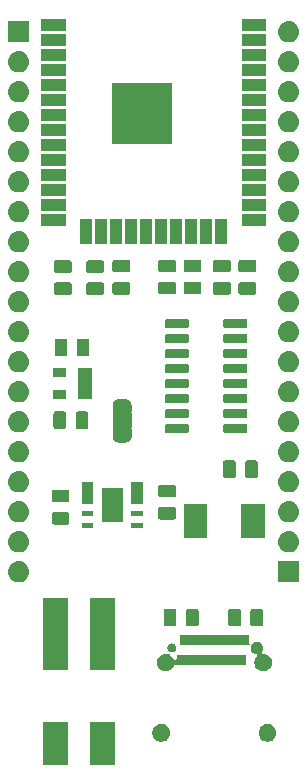
<source format=gts>
G04 #@! TF.GenerationSoftware,KiCad,Pcbnew,(5.1.4-0-10_14)*
G04 #@! TF.CreationDate,2019-11-09T17:54:15-08:00*
G04 #@! TF.ProjectId,esp32-generic-board,65737033-322d-4676-956e-657269632d62,rev?*
G04 #@! TF.SameCoordinates,Original*
G04 #@! TF.FileFunction,Soldermask,Top*
G04 #@! TF.FilePolarity,Negative*
%FSLAX46Y46*%
G04 Gerber Fmt 4.6, Leading zero omitted, Abs format (unit mm)*
G04 Created by KiCad (PCBNEW (5.1.4-0-10_14)) date 2019-11-09 17:54:15*
%MOMM*%
%LPD*%
G04 APERTURE LIST*
%ADD10C,0.100000*%
G04 APERTURE END LIST*
D10*
G36*
X9449000Y-63327000D02*
G01*
X7347000Y-63327000D01*
X7347000Y-59725000D01*
X9449000Y-59725000D01*
X9449000Y-63327000D01*
X9449000Y-63327000D01*
G37*
G36*
X5449000Y-63327000D02*
G01*
X3347000Y-63327000D01*
X3347000Y-59725000D01*
X5449000Y-59725000D01*
X5449000Y-63327000D01*
X5449000Y-63327000D01*
G37*
G36*
X22552559Y-59902860D02*
G01*
X22689232Y-59959472D01*
X22812235Y-60041660D01*
X22916840Y-60146265D01*
X22999028Y-60269268D01*
X23055640Y-60405941D01*
X23084500Y-60551033D01*
X23084500Y-60698967D01*
X23055640Y-60844059D01*
X22999028Y-60980732D01*
X22916840Y-61103735D01*
X22812235Y-61208340D01*
X22689232Y-61290528D01*
X22689231Y-61290529D01*
X22689230Y-61290529D01*
X22552559Y-61347140D01*
X22407468Y-61376000D01*
X22259532Y-61376000D01*
X22114441Y-61347140D01*
X21977770Y-61290529D01*
X21977769Y-61290529D01*
X21977768Y-61290528D01*
X21854765Y-61208340D01*
X21750160Y-61103735D01*
X21667972Y-60980732D01*
X21611360Y-60844059D01*
X21582500Y-60698967D01*
X21582500Y-60551033D01*
X21611360Y-60405941D01*
X21667972Y-60269268D01*
X21750160Y-60146265D01*
X21854765Y-60041660D01*
X21977768Y-59959472D01*
X22114441Y-59902860D01*
X22259532Y-59874000D01*
X22407468Y-59874000D01*
X22552559Y-59902860D01*
X22552559Y-59902860D01*
G37*
G36*
X13572559Y-59902860D02*
G01*
X13709232Y-59959472D01*
X13832235Y-60041660D01*
X13936840Y-60146265D01*
X14019028Y-60269268D01*
X14075640Y-60405941D01*
X14104500Y-60551033D01*
X14104500Y-60698967D01*
X14075640Y-60844059D01*
X14019028Y-60980732D01*
X13936840Y-61103735D01*
X13832235Y-61208340D01*
X13709232Y-61290528D01*
X13709231Y-61290529D01*
X13709230Y-61290529D01*
X13572559Y-61347140D01*
X13427468Y-61376000D01*
X13279532Y-61376000D01*
X13134441Y-61347140D01*
X12997770Y-61290529D01*
X12997769Y-61290529D01*
X12997768Y-61290528D01*
X12874765Y-61208340D01*
X12770160Y-61103735D01*
X12687972Y-60980732D01*
X12631360Y-60844059D01*
X12602500Y-60698967D01*
X12602500Y-60551033D01*
X12631360Y-60405941D01*
X12687972Y-60269268D01*
X12770160Y-60146265D01*
X12874765Y-60041660D01*
X12997768Y-59959472D01*
X13134441Y-59902860D01*
X13279532Y-59874000D01*
X13427468Y-59874000D01*
X13572559Y-59902860D01*
X13572559Y-59902860D01*
G37*
G36*
X20794500Y-53037455D02*
G01*
X20796902Y-53061841D01*
X20804015Y-53085290D01*
X20815566Y-53106901D01*
X20831111Y-53125843D01*
X20850053Y-53141388D01*
X20871664Y-53152939D01*
X20895113Y-53160052D01*
X20919499Y-53162454D01*
X20943885Y-53160052D01*
X20967334Y-53152939D01*
X20988945Y-53141388D01*
X21007887Y-53125843D01*
X21023432Y-53106901D01*
X21034928Y-53089696D01*
X21108195Y-53016429D01*
X21194347Y-52958864D01*
X21290072Y-52919213D01*
X21391692Y-52899000D01*
X21495308Y-52899000D01*
X21596928Y-52919213D01*
X21692653Y-52958864D01*
X21778805Y-53016429D01*
X21852071Y-53089695D01*
X21909636Y-53175847D01*
X21949287Y-53271572D01*
X21969500Y-53373192D01*
X21969500Y-53476808D01*
X21949287Y-53578428D01*
X21909635Y-53674156D01*
X21872618Y-53729556D01*
X21861067Y-53751166D01*
X21853954Y-53774615D01*
X21851552Y-53799001D01*
X21853954Y-53823387D01*
X21861067Y-53846836D01*
X21872618Y-53868447D01*
X21888164Y-53887389D01*
X21907106Y-53902934D01*
X21928716Y-53914485D01*
X21952165Y-53921598D01*
X21976551Y-53924000D01*
X22047468Y-53924000D01*
X22192559Y-53952860D01*
X22303869Y-53998966D01*
X22329232Y-54009472D01*
X22452235Y-54091660D01*
X22556840Y-54196265D01*
X22639028Y-54319268D01*
X22695640Y-54455941D01*
X22724500Y-54601033D01*
X22724500Y-54748967D01*
X22695640Y-54894059D01*
X22639028Y-55030732D01*
X22556840Y-55153735D01*
X22452235Y-55258340D01*
X22329232Y-55340528D01*
X22329231Y-55340529D01*
X22329230Y-55340529D01*
X22192559Y-55397140D01*
X22047468Y-55426000D01*
X21899532Y-55426000D01*
X21754441Y-55397140D01*
X21617770Y-55340529D01*
X21617769Y-55340529D01*
X21617768Y-55340528D01*
X21494765Y-55258340D01*
X21390160Y-55153735D01*
X21307972Y-55030732D01*
X21251360Y-54894059D01*
X21222500Y-54748967D01*
X21222500Y-54601033D01*
X21251360Y-54455941D01*
X21307972Y-54319268D01*
X21390160Y-54196265D01*
X21429631Y-54156794D01*
X21445171Y-54137858D01*
X21456722Y-54116247D01*
X21463835Y-54092798D01*
X21466237Y-54068412D01*
X21463835Y-54044026D01*
X21456722Y-54020577D01*
X21445171Y-53998966D01*
X21429626Y-53980024D01*
X21410684Y-53964479D01*
X21389073Y-53952928D01*
X21365624Y-53945815D01*
X21290073Y-53930787D01*
X21194347Y-53891136D01*
X21108195Y-53833571D01*
X21034929Y-53760305D01*
X20977364Y-53674153D01*
X20937713Y-53578428D01*
X20917500Y-53476808D01*
X20917500Y-53373191D01*
X20928998Y-53315384D01*
X20931400Y-53290998D01*
X20928998Y-53266612D01*
X20921885Y-53243163D01*
X20910333Y-53221552D01*
X20894788Y-53202611D01*
X20875846Y-53187066D01*
X20854235Y-53175515D01*
X20830786Y-53168402D01*
X20806401Y-53166000D01*
X14892500Y-53166000D01*
X14892500Y-52364000D01*
X20794500Y-52364000D01*
X20794500Y-53037455D01*
X20794500Y-53037455D01*
G37*
G36*
X14033763Y-53918960D02*
G01*
X14036165Y-53943346D01*
X14043278Y-53966795D01*
X14054830Y-53988406D01*
X14070375Y-54007347D01*
X14089314Y-54022890D01*
X14192235Y-54091660D01*
X14296840Y-54196265D01*
X14296841Y-54196267D01*
X14379029Y-54319270D01*
X14402017Y-54374768D01*
X14413568Y-54396379D01*
X14429113Y-54415321D01*
X14448055Y-54430866D01*
X14469666Y-54442417D01*
X14493115Y-54449530D01*
X14517501Y-54451932D01*
X14541887Y-54449530D01*
X14565336Y-54442417D01*
X14586947Y-54430866D01*
X14605889Y-54415321D01*
X14621434Y-54396379D01*
X14632985Y-54374768D01*
X14640098Y-54351319D01*
X14642500Y-54326933D01*
X14642500Y-54064000D01*
X20544500Y-54064000D01*
X20544500Y-54866000D01*
X14530784Y-54866000D01*
X14506398Y-54868402D01*
X14482949Y-54875515D01*
X14461338Y-54887066D01*
X14442396Y-54902611D01*
X14426851Y-54921553D01*
X14415300Y-54943164D01*
X14379028Y-55030732D01*
X14296840Y-55153735D01*
X14192235Y-55258340D01*
X14069232Y-55340528D01*
X14069231Y-55340529D01*
X14069230Y-55340529D01*
X13932559Y-55397140D01*
X13787468Y-55426000D01*
X13639532Y-55426000D01*
X13494441Y-55397140D01*
X13357770Y-55340529D01*
X13357769Y-55340529D01*
X13357768Y-55340528D01*
X13234765Y-55258340D01*
X13130160Y-55153735D01*
X13047972Y-55030732D01*
X12991360Y-54894059D01*
X12962500Y-54748967D01*
X12962500Y-54601033D01*
X12991360Y-54455941D01*
X13047972Y-54319268D01*
X13130160Y-54196265D01*
X13234765Y-54091660D01*
X13357768Y-54009472D01*
X13383132Y-53998966D01*
X13494441Y-53952860D01*
X13639532Y-53924000D01*
X13787468Y-53924000D01*
X13920172Y-53950396D01*
X13944558Y-53952798D01*
X13968945Y-53950396D01*
X13992393Y-53943283D01*
X14014004Y-53931732D01*
X14032946Y-53916186D01*
X14034185Y-53914676D01*
X14033763Y-53918960D01*
X14033763Y-53918960D01*
G37*
G36*
X5449000Y-55327000D02*
G01*
X3347000Y-55327000D01*
X3347000Y-49225000D01*
X5449000Y-49225000D01*
X5449000Y-55327000D01*
X5449000Y-55327000D01*
G37*
G36*
X9449000Y-55327000D02*
G01*
X7347000Y-55327000D01*
X7347000Y-49225000D01*
X9449000Y-49225000D01*
X9449000Y-55327000D01*
X9449000Y-55327000D01*
G37*
G36*
X14353172Y-53063449D02*
G01*
X14353174Y-53063450D01*
X14353175Y-53063450D01*
X14421603Y-53091793D01*
X14483186Y-53132942D01*
X14535558Y-53185314D01*
X14576707Y-53246897D01*
X14605050Y-53315325D01*
X14605051Y-53315328D01*
X14619500Y-53387966D01*
X14619500Y-53462034D01*
X14616562Y-53476806D01*
X14605050Y-53534675D01*
X14576707Y-53603103D01*
X14535558Y-53664686D01*
X14483186Y-53717058D01*
X14421603Y-53758207D01*
X14353175Y-53786550D01*
X14353174Y-53786550D01*
X14353172Y-53786551D01*
X14280534Y-53801000D01*
X14206465Y-53801000D01*
X14183147Y-53796362D01*
X14158761Y-53793960D01*
X14134375Y-53796362D01*
X14110926Y-53803475D01*
X14089315Y-53815027D01*
X14070374Y-53830572D01*
X14069135Y-53832082D01*
X14069557Y-53827799D01*
X14067155Y-53803412D01*
X14060042Y-53779964D01*
X14048491Y-53758353D01*
X14032945Y-53739411D01*
X14014003Y-53723866D01*
X14003817Y-53717060D01*
X14003814Y-53717058D01*
X13951442Y-53664686D01*
X13910293Y-53603103D01*
X13881950Y-53534675D01*
X13870439Y-53476806D01*
X13867500Y-53462034D01*
X13867500Y-53387966D01*
X13881949Y-53315328D01*
X13881950Y-53315325D01*
X13910293Y-53246897D01*
X13951442Y-53185314D01*
X14003814Y-53132942D01*
X14065397Y-53091793D01*
X14133825Y-53063450D01*
X14133826Y-53063450D01*
X14133828Y-53063449D01*
X14206466Y-53049000D01*
X14280534Y-53049000D01*
X14353172Y-53063449D01*
X14353172Y-53063449D01*
G37*
G36*
X21804968Y-50117065D02*
G01*
X21843638Y-50128796D01*
X21879277Y-50147846D01*
X21910517Y-50173483D01*
X21936154Y-50204723D01*
X21955204Y-50240362D01*
X21966935Y-50279032D01*
X21971500Y-50325388D01*
X21971500Y-51401612D01*
X21966935Y-51447968D01*
X21955204Y-51486638D01*
X21936154Y-51522277D01*
X21910517Y-51553517D01*
X21879277Y-51579154D01*
X21843638Y-51598204D01*
X21804968Y-51609935D01*
X21758612Y-51614500D01*
X21107388Y-51614500D01*
X21061032Y-51609935D01*
X21022362Y-51598204D01*
X20986723Y-51579154D01*
X20955483Y-51553517D01*
X20929846Y-51522277D01*
X20910796Y-51486638D01*
X20899065Y-51447968D01*
X20894500Y-51401612D01*
X20894500Y-50325388D01*
X20899065Y-50279032D01*
X20910796Y-50240362D01*
X20929846Y-50204723D01*
X20955483Y-50173483D01*
X20986723Y-50147846D01*
X21022362Y-50128796D01*
X21061032Y-50117065D01*
X21107388Y-50112500D01*
X21758612Y-50112500D01*
X21804968Y-50117065D01*
X21804968Y-50117065D01*
G37*
G36*
X19929968Y-50117065D02*
G01*
X19968638Y-50128796D01*
X20004277Y-50147846D01*
X20035517Y-50173483D01*
X20061154Y-50204723D01*
X20080204Y-50240362D01*
X20091935Y-50279032D01*
X20096500Y-50325388D01*
X20096500Y-51401612D01*
X20091935Y-51447968D01*
X20080204Y-51486638D01*
X20061154Y-51522277D01*
X20035517Y-51553517D01*
X20004277Y-51579154D01*
X19968638Y-51598204D01*
X19929968Y-51609935D01*
X19883612Y-51614500D01*
X19232388Y-51614500D01*
X19186032Y-51609935D01*
X19147362Y-51598204D01*
X19111723Y-51579154D01*
X19080483Y-51553517D01*
X19054846Y-51522277D01*
X19035796Y-51486638D01*
X19024065Y-51447968D01*
X19019500Y-51401612D01*
X19019500Y-50325388D01*
X19024065Y-50279032D01*
X19035796Y-50240362D01*
X19054846Y-50204723D01*
X19080483Y-50173483D01*
X19111723Y-50147846D01*
X19147362Y-50128796D01*
X19186032Y-50117065D01*
X19232388Y-50112500D01*
X19883612Y-50112500D01*
X19929968Y-50117065D01*
X19929968Y-50117065D01*
G37*
G36*
X16343968Y-50117065D02*
G01*
X16382638Y-50128796D01*
X16418277Y-50147846D01*
X16449517Y-50173483D01*
X16475154Y-50204723D01*
X16494204Y-50240362D01*
X16505935Y-50279032D01*
X16510500Y-50325388D01*
X16510500Y-51401612D01*
X16505935Y-51447968D01*
X16494204Y-51486638D01*
X16475154Y-51522277D01*
X16449517Y-51553517D01*
X16418277Y-51579154D01*
X16382638Y-51598204D01*
X16343968Y-51609935D01*
X16297612Y-51614500D01*
X15646388Y-51614500D01*
X15600032Y-51609935D01*
X15561362Y-51598204D01*
X15525723Y-51579154D01*
X15494483Y-51553517D01*
X15468846Y-51522277D01*
X15449796Y-51486638D01*
X15438065Y-51447968D01*
X15433500Y-51401612D01*
X15433500Y-50325388D01*
X15438065Y-50279032D01*
X15449796Y-50240362D01*
X15468846Y-50204723D01*
X15494483Y-50173483D01*
X15525723Y-50147846D01*
X15561362Y-50128796D01*
X15600032Y-50117065D01*
X15646388Y-50112500D01*
X16297612Y-50112500D01*
X16343968Y-50117065D01*
X16343968Y-50117065D01*
G37*
G36*
X14468968Y-50117065D02*
G01*
X14507638Y-50128796D01*
X14543277Y-50147846D01*
X14574517Y-50173483D01*
X14600154Y-50204723D01*
X14619204Y-50240362D01*
X14630935Y-50279032D01*
X14635500Y-50325388D01*
X14635500Y-51401612D01*
X14630935Y-51447968D01*
X14619204Y-51486638D01*
X14600154Y-51522277D01*
X14574517Y-51553517D01*
X14543277Y-51579154D01*
X14507638Y-51598204D01*
X14468968Y-51609935D01*
X14422612Y-51614500D01*
X13771388Y-51614500D01*
X13725032Y-51609935D01*
X13686362Y-51598204D01*
X13650723Y-51579154D01*
X13619483Y-51553517D01*
X13593846Y-51522277D01*
X13574796Y-51486638D01*
X13563065Y-51447968D01*
X13558500Y-51401612D01*
X13558500Y-50325388D01*
X13563065Y-50279032D01*
X13574796Y-50240362D01*
X13593846Y-50204723D01*
X13619483Y-50173483D01*
X13650723Y-50147846D01*
X13686362Y-50128796D01*
X13725032Y-50117065D01*
X13771388Y-50112500D01*
X14422612Y-50112500D01*
X14468968Y-50117065D01*
X14468968Y-50117065D01*
G37*
G36*
X1380442Y-46095518D02*
G01*
X1446627Y-46102037D01*
X1616466Y-46153557D01*
X1772991Y-46237222D01*
X1808729Y-46266552D01*
X1910186Y-46349814D01*
X1993448Y-46451271D01*
X2022778Y-46487009D01*
X2106443Y-46643534D01*
X2157963Y-46813373D01*
X2175359Y-46990000D01*
X2157963Y-47166627D01*
X2106443Y-47336466D01*
X2022778Y-47492991D01*
X1993448Y-47528729D01*
X1910186Y-47630186D01*
X1808729Y-47713448D01*
X1772991Y-47742778D01*
X1616466Y-47826443D01*
X1446627Y-47877963D01*
X1380443Y-47884481D01*
X1314260Y-47891000D01*
X1225740Y-47891000D01*
X1159557Y-47884481D01*
X1093373Y-47877963D01*
X923534Y-47826443D01*
X767009Y-47742778D01*
X731271Y-47713448D01*
X629814Y-47630186D01*
X546552Y-47528729D01*
X517222Y-47492991D01*
X433557Y-47336466D01*
X382037Y-47166627D01*
X364641Y-46990000D01*
X382037Y-46813373D01*
X433557Y-46643534D01*
X517222Y-46487009D01*
X546552Y-46451271D01*
X629814Y-46349814D01*
X731271Y-46266552D01*
X767009Y-46237222D01*
X923534Y-46153557D01*
X1093373Y-46102037D01*
X1159558Y-46095518D01*
X1225740Y-46089000D01*
X1314260Y-46089000D01*
X1380442Y-46095518D01*
X1380442Y-46095518D01*
G37*
G36*
X25031000Y-47891000D02*
G01*
X23229000Y-47891000D01*
X23229000Y-46089000D01*
X25031000Y-46089000D01*
X25031000Y-47891000D01*
X25031000Y-47891000D01*
G37*
G36*
X24240443Y-43555519D02*
G01*
X24306627Y-43562037D01*
X24476466Y-43613557D01*
X24632991Y-43697222D01*
X24668729Y-43726552D01*
X24770186Y-43809814D01*
X24853448Y-43911271D01*
X24882778Y-43947009D01*
X24966443Y-44103534D01*
X25017963Y-44273373D01*
X25035359Y-44450000D01*
X25017963Y-44626627D01*
X24966443Y-44796466D01*
X24882778Y-44952991D01*
X24853448Y-44988729D01*
X24770186Y-45090186D01*
X24668729Y-45173448D01*
X24632991Y-45202778D01*
X24476466Y-45286443D01*
X24306627Y-45337963D01*
X24240442Y-45344482D01*
X24174260Y-45351000D01*
X24085740Y-45351000D01*
X24019558Y-45344482D01*
X23953373Y-45337963D01*
X23783534Y-45286443D01*
X23627009Y-45202778D01*
X23591271Y-45173448D01*
X23489814Y-45090186D01*
X23406552Y-44988729D01*
X23377222Y-44952991D01*
X23293557Y-44796466D01*
X23242037Y-44626627D01*
X23224641Y-44450000D01*
X23242037Y-44273373D01*
X23293557Y-44103534D01*
X23377222Y-43947009D01*
X23406552Y-43911271D01*
X23489814Y-43809814D01*
X23591271Y-43726552D01*
X23627009Y-43697222D01*
X23783534Y-43613557D01*
X23953373Y-43562037D01*
X24019557Y-43555519D01*
X24085740Y-43549000D01*
X24174260Y-43549000D01*
X24240443Y-43555519D01*
X24240443Y-43555519D01*
G37*
G36*
X1380443Y-43555519D02*
G01*
X1446627Y-43562037D01*
X1616466Y-43613557D01*
X1772991Y-43697222D01*
X1808729Y-43726552D01*
X1910186Y-43809814D01*
X1993448Y-43911271D01*
X2022778Y-43947009D01*
X2106443Y-44103534D01*
X2157963Y-44273373D01*
X2175359Y-44450000D01*
X2157963Y-44626627D01*
X2106443Y-44796466D01*
X2022778Y-44952991D01*
X1993448Y-44988729D01*
X1910186Y-45090186D01*
X1808729Y-45173448D01*
X1772991Y-45202778D01*
X1616466Y-45286443D01*
X1446627Y-45337963D01*
X1380442Y-45344482D01*
X1314260Y-45351000D01*
X1225740Y-45351000D01*
X1159558Y-45344482D01*
X1093373Y-45337963D01*
X923534Y-45286443D01*
X767009Y-45202778D01*
X731271Y-45173448D01*
X629814Y-45090186D01*
X546552Y-44988729D01*
X517222Y-44952991D01*
X433557Y-44796466D01*
X382037Y-44626627D01*
X364641Y-44450000D01*
X382037Y-44273373D01*
X433557Y-44103534D01*
X517222Y-43947009D01*
X546552Y-43911271D01*
X629814Y-43809814D01*
X731271Y-43726552D01*
X767009Y-43697222D01*
X923534Y-43613557D01*
X1093373Y-43562037D01*
X1159557Y-43555519D01*
X1225740Y-43549000D01*
X1314260Y-43549000D01*
X1380443Y-43555519D01*
X1380443Y-43555519D01*
G37*
G36*
X22098000Y-44118000D02*
G01*
X20093000Y-44118000D01*
X20093000Y-41226000D01*
X22098000Y-41226000D01*
X22098000Y-44118000D01*
X22098000Y-44118000D01*
G37*
G36*
X17245000Y-44118000D02*
G01*
X15240000Y-44118000D01*
X15240000Y-41226000D01*
X17245000Y-41226000D01*
X17245000Y-44118000D01*
X17245000Y-44118000D01*
G37*
G36*
X7596000Y-43292000D02*
G01*
X6605000Y-43292000D01*
X6605000Y-42885000D01*
X7596000Y-42885000D01*
X7596000Y-43292000D01*
X7596000Y-43292000D01*
G37*
G36*
X11810000Y-43292000D02*
G01*
X10819000Y-43292000D01*
X10819000Y-42885000D01*
X11810000Y-42885000D01*
X11810000Y-43292000D01*
X11810000Y-43292000D01*
G37*
G36*
X5410468Y-41917565D02*
G01*
X5449138Y-41929296D01*
X5484777Y-41948346D01*
X5516017Y-41973983D01*
X5541654Y-42005223D01*
X5560704Y-42040862D01*
X5572435Y-42079532D01*
X5577000Y-42125888D01*
X5577000Y-42777112D01*
X5572435Y-42823468D01*
X5560704Y-42862138D01*
X5541654Y-42897777D01*
X5516017Y-42929017D01*
X5484777Y-42954654D01*
X5449138Y-42973704D01*
X5410468Y-42985435D01*
X5364112Y-42990000D01*
X4287888Y-42990000D01*
X4241532Y-42985435D01*
X4202862Y-42973704D01*
X4167223Y-42954654D01*
X4135983Y-42929017D01*
X4110346Y-42897777D01*
X4091296Y-42862138D01*
X4079565Y-42823468D01*
X4075000Y-42777112D01*
X4075000Y-42125888D01*
X4079565Y-42079532D01*
X4091296Y-42040862D01*
X4110346Y-42005223D01*
X4135983Y-41973983D01*
X4167223Y-41948346D01*
X4202862Y-41929296D01*
X4241532Y-41917565D01*
X4287888Y-41913000D01*
X5364112Y-41913000D01*
X5410468Y-41917565D01*
X5410468Y-41917565D01*
G37*
G36*
X10084000Y-42812000D02*
G01*
X8331000Y-42812000D01*
X8331000Y-39865000D01*
X10084000Y-39865000D01*
X10084000Y-42812000D01*
X10084000Y-42812000D01*
G37*
G36*
X24240442Y-41015518D02*
G01*
X24306627Y-41022037D01*
X24476466Y-41073557D01*
X24632991Y-41157222D01*
X24668729Y-41186552D01*
X24770186Y-41269814D01*
X24853448Y-41371271D01*
X24882778Y-41407009D01*
X24966443Y-41563534D01*
X25017963Y-41733373D01*
X25035359Y-41910000D01*
X25017963Y-42086627D01*
X24966443Y-42256466D01*
X24882778Y-42412991D01*
X24854344Y-42447638D01*
X24770186Y-42550186D01*
X24668729Y-42633448D01*
X24632991Y-42662778D01*
X24476466Y-42746443D01*
X24306627Y-42797963D01*
X24240443Y-42804481D01*
X24174260Y-42811000D01*
X24085740Y-42811000D01*
X24019557Y-42804481D01*
X23953373Y-42797963D01*
X23783534Y-42746443D01*
X23627009Y-42662778D01*
X23591271Y-42633448D01*
X23489814Y-42550186D01*
X23405656Y-42447638D01*
X23377222Y-42412991D01*
X23293557Y-42256466D01*
X23242037Y-42086627D01*
X23224641Y-41910000D01*
X23242037Y-41733373D01*
X23293557Y-41563534D01*
X23377222Y-41407009D01*
X23406552Y-41371271D01*
X23489814Y-41269814D01*
X23591271Y-41186552D01*
X23627009Y-41157222D01*
X23783534Y-41073557D01*
X23953373Y-41022037D01*
X24019558Y-41015518D01*
X24085740Y-41009000D01*
X24174260Y-41009000D01*
X24240442Y-41015518D01*
X24240442Y-41015518D01*
G37*
G36*
X1380442Y-41015518D02*
G01*
X1446627Y-41022037D01*
X1616466Y-41073557D01*
X1772991Y-41157222D01*
X1808729Y-41186552D01*
X1910186Y-41269814D01*
X1993448Y-41371271D01*
X2022778Y-41407009D01*
X2106443Y-41563534D01*
X2157963Y-41733373D01*
X2175359Y-41910000D01*
X2157963Y-42086627D01*
X2106443Y-42256466D01*
X2022778Y-42412991D01*
X1994344Y-42447638D01*
X1910186Y-42550186D01*
X1808729Y-42633448D01*
X1772991Y-42662778D01*
X1616466Y-42746443D01*
X1446627Y-42797963D01*
X1380443Y-42804481D01*
X1314260Y-42811000D01*
X1225740Y-42811000D01*
X1159557Y-42804481D01*
X1093373Y-42797963D01*
X923534Y-42746443D01*
X767009Y-42662778D01*
X731271Y-42633448D01*
X629814Y-42550186D01*
X545656Y-42447638D01*
X517222Y-42412991D01*
X433557Y-42256466D01*
X382037Y-42086627D01*
X364641Y-41910000D01*
X382037Y-41733373D01*
X433557Y-41563534D01*
X517222Y-41407009D01*
X546552Y-41371271D01*
X629814Y-41269814D01*
X731271Y-41186552D01*
X767009Y-41157222D01*
X923534Y-41073557D01*
X1093373Y-41022037D01*
X1159558Y-41015518D01*
X1225740Y-41009000D01*
X1314260Y-41009000D01*
X1380442Y-41015518D01*
X1380442Y-41015518D01*
G37*
G36*
X14427468Y-41503065D02*
G01*
X14466138Y-41514796D01*
X14501777Y-41533846D01*
X14533017Y-41559483D01*
X14558654Y-41590723D01*
X14577704Y-41626362D01*
X14589435Y-41665032D01*
X14594000Y-41711388D01*
X14594000Y-42362612D01*
X14589435Y-42408968D01*
X14577704Y-42447638D01*
X14558654Y-42483277D01*
X14533017Y-42514517D01*
X14501777Y-42540154D01*
X14466138Y-42559204D01*
X14427468Y-42570935D01*
X14381112Y-42575500D01*
X13304888Y-42575500D01*
X13258532Y-42570935D01*
X13219862Y-42559204D01*
X13184223Y-42540154D01*
X13152983Y-42514517D01*
X13127346Y-42483277D01*
X13108296Y-42447638D01*
X13096565Y-42408968D01*
X13092000Y-42362612D01*
X13092000Y-41711388D01*
X13096565Y-41665032D01*
X13108296Y-41626362D01*
X13127346Y-41590723D01*
X13152983Y-41559483D01*
X13184223Y-41533846D01*
X13219862Y-41514796D01*
X13258532Y-41503065D01*
X13304888Y-41498500D01*
X14381112Y-41498500D01*
X14427468Y-41503065D01*
X14427468Y-41503065D01*
G37*
G36*
X7596000Y-42292000D02*
G01*
X6605000Y-42292000D01*
X6605000Y-41885000D01*
X7596000Y-41885000D01*
X7596000Y-42292000D01*
X7596000Y-42292000D01*
G37*
G36*
X11810000Y-42292000D02*
G01*
X10819000Y-42292000D01*
X10819000Y-41885000D01*
X11810000Y-41885000D01*
X11810000Y-42292000D01*
X11810000Y-42292000D01*
G37*
G36*
X7596000Y-41292000D02*
G01*
X6605000Y-41292000D01*
X6605000Y-39385000D01*
X7596000Y-39385000D01*
X7596000Y-41292000D01*
X7596000Y-41292000D01*
G37*
G36*
X11810000Y-41292000D02*
G01*
X10819000Y-41292000D01*
X10819000Y-39385000D01*
X11810000Y-39385000D01*
X11810000Y-41292000D01*
X11810000Y-41292000D01*
G37*
G36*
X5410468Y-40042565D02*
G01*
X5449138Y-40054296D01*
X5484777Y-40073346D01*
X5516017Y-40098983D01*
X5541654Y-40130223D01*
X5560704Y-40165862D01*
X5572435Y-40204532D01*
X5577000Y-40250888D01*
X5577000Y-40902112D01*
X5572435Y-40948468D01*
X5560704Y-40987138D01*
X5541654Y-41022777D01*
X5516017Y-41054017D01*
X5484777Y-41079654D01*
X5449138Y-41098704D01*
X5410468Y-41110435D01*
X5364112Y-41115000D01*
X4287888Y-41115000D01*
X4241532Y-41110435D01*
X4202862Y-41098704D01*
X4167223Y-41079654D01*
X4135983Y-41054017D01*
X4110346Y-41022777D01*
X4091296Y-40987138D01*
X4079565Y-40948468D01*
X4075000Y-40902112D01*
X4075000Y-40250888D01*
X4079565Y-40204532D01*
X4091296Y-40165862D01*
X4110346Y-40130223D01*
X4135983Y-40098983D01*
X4167223Y-40073346D01*
X4202862Y-40054296D01*
X4241532Y-40042565D01*
X4287888Y-40038000D01*
X5364112Y-40038000D01*
X5410468Y-40042565D01*
X5410468Y-40042565D01*
G37*
G36*
X14427468Y-39628065D02*
G01*
X14466138Y-39639796D01*
X14501777Y-39658846D01*
X14533017Y-39684483D01*
X14558654Y-39715723D01*
X14577704Y-39751362D01*
X14589435Y-39790032D01*
X14594000Y-39836388D01*
X14594000Y-40487612D01*
X14589435Y-40533968D01*
X14577704Y-40572638D01*
X14558654Y-40608277D01*
X14533017Y-40639517D01*
X14501777Y-40665154D01*
X14466138Y-40684204D01*
X14427468Y-40695935D01*
X14381112Y-40700500D01*
X13304888Y-40700500D01*
X13258532Y-40695935D01*
X13219862Y-40684204D01*
X13184223Y-40665154D01*
X13152983Y-40639517D01*
X13127346Y-40608277D01*
X13108296Y-40572638D01*
X13096565Y-40533968D01*
X13092000Y-40487612D01*
X13092000Y-39836388D01*
X13096565Y-39790032D01*
X13108296Y-39751362D01*
X13127346Y-39715723D01*
X13152983Y-39684483D01*
X13184223Y-39658846D01*
X13219862Y-39639796D01*
X13258532Y-39628065D01*
X13304888Y-39623500D01*
X14381112Y-39623500D01*
X14427468Y-39628065D01*
X14427468Y-39628065D01*
G37*
G36*
X1380443Y-38475519D02*
G01*
X1446627Y-38482037D01*
X1616466Y-38533557D01*
X1772991Y-38617222D01*
X1808729Y-38646552D01*
X1910186Y-38729814D01*
X1988120Y-38824778D01*
X2022778Y-38867009D01*
X2106443Y-39023534D01*
X2157963Y-39193373D01*
X2175359Y-39370000D01*
X2157963Y-39546627D01*
X2106443Y-39716466D01*
X2022778Y-39872991D01*
X2012922Y-39885000D01*
X1910186Y-40010186D01*
X1851320Y-40058495D01*
X1772991Y-40122778D01*
X1616466Y-40206443D01*
X1446627Y-40257963D01*
X1380443Y-40264481D01*
X1314260Y-40271000D01*
X1225740Y-40271000D01*
X1159557Y-40264481D01*
X1093373Y-40257963D01*
X923534Y-40206443D01*
X767009Y-40122778D01*
X688680Y-40058495D01*
X629814Y-40010186D01*
X527078Y-39885000D01*
X517222Y-39872991D01*
X433557Y-39716466D01*
X382037Y-39546627D01*
X364641Y-39370000D01*
X382037Y-39193373D01*
X433557Y-39023534D01*
X517222Y-38867009D01*
X551880Y-38824778D01*
X629814Y-38729814D01*
X731271Y-38646552D01*
X767009Y-38617222D01*
X923534Y-38533557D01*
X1093373Y-38482037D01*
X1159557Y-38475519D01*
X1225740Y-38469000D01*
X1314260Y-38469000D01*
X1380443Y-38475519D01*
X1380443Y-38475519D01*
G37*
G36*
X24240443Y-38475519D02*
G01*
X24306627Y-38482037D01*
X24476466Y-38533557D01*
X24632991Y-38617222D01*
X24668729Y-38646552D01*
X24770186Y-38729814D01*
X24848120Y-38824778D01*
X24882778Y-38867009D01*
X24966443Y-39023534D01*
X25017963Y-39193373D01*
X25035359Y-39370000D01*
X25017963Y-39546627D01*
X24966443Y-39716466D01*
X24882778Y-39872991D01*
X24872922Y-39885000D01*
X24770186Y-40010186D01*
X24711320Y-40058495D01*
X24632991Y-40122778D01*
X24476466Y-40206443D01*
X24306627Y-40257963D01*
X24240443Y-40264481D01*
X24174260Y-40271000D01*
X24085740Y-40271000D01*
X24019557Y-40264481D01*
X23953373Y-40257963D01*
X23783534Y-40206443D01*
X23627009Y-40122778D01*
X23548680Y-40058495D01*
X23489814Y-40010186D01*
X23387078Y-39885000D01*
X23377222Y-39872991D01*
X23293557Y-39716466D01*
X23242037Y-39546627D01*
X23224641Y-39370000D01*
X23242037Y-39193373D01*
X23293557Y-39023534D01*
X23377222Y-38867009D01*
X23411880Y-38824778D01*
X23489814Y-38729814D01*
X23591271Y-38646552D01*
X23627009Y-38617222D01*
X23783534Y-38533557D01*
X23953373Y-38482037D01*
X24019557Y-38475519D01*
X24085740Y-38469000D01*
X24174260Y-38469000D01*
X24240443Y-38475519D01*
X24240443Y-38475519D01*
G37*
G36*
X21360468Y-37544065D02*
G01*
X21399138Y-37555796D01*
X21434777Y-37574846D01*
X21466017Y-37600483D01*
X21491654Y-37631723D01*
X21510704Y-37667362D01*
X21522435Y-37706032D01*
X21527000Y-37752388D01*
X21527000Y-38828612D01*
X21522435Y-38874968D01*
X21510704Y-38913638D01*
X21491654Y-38949277D01*
X21466017Y-38980517D01*
X21434777Y-39006154D01*
X21399138Y-39025204D01*
X21360468Y-39036935D01*
X21314112Y-39041500D01*
X20662888Y-39041500D01*
X20616532Y-39036935D01*
X20577862Y-39025204D01*
X20542223Y-39006154D01*
X20510983Y-38980517D01*
X20485346Y-38949277D01*
X20466296Y-38913638D01*
X20454565Y-38874968D01*
X20450000Y-38828612D01*
X20450000Y-37752388D01*
X20454565Y-37706032D01*
X20466296Y-37667362D01*
X20485346Y-37631723D01*
X20510983Y-37600483D01*
X20542223Y-37574846D01*
X20577862Y-37555796D01*
X20616532Y-37544065D01*
X20662888Y-37539500D01*
X21314112Y-37539500D01*
X21360468Y-37544065D01*
X21360468Y-37544065D01*
G37*
G36*
X19485468Y-37544065D02*
G01*
X19524138Y-37555796D01*
X19559777Y-37574846D01*
X19591017Y-37600483D01*
X19616654Y-37631723D01*
X19635704Y-37667362D01*
X19647435Y-37706032D01*
X19652000Y-37752388D01*
X19652000Y-38828612D01*
X19647435Y-38874968D01*
X19635704Y-38913638D01*
X19616654Y-38949277D01*
X19591017Y-38980517D01*
X19559777Y-39006154D01*
X19524138Y-39025204D01*
X19485468Y-39036935D01*
X19439112Y-39041500D01*
X18787888Y-39041500D01*
X18741532Y-39036935D01*
X18702862Y-39025204D01*
X18667223Y-39006154D01*
X18635983Y-38980517D01*
X18610346Y-38949277D01*
X18591296Y-38913638D01*
X18579565Y-38874968D01*
X18575000Y-38828612D01*
X18575000Y-37752388D01*
X18579565Y-37706032D01*
X18591296Y-37667362D01*
X18610346Y-37631723D01*
X18635983Y-37600483D01*
X18667223Y-37574846D01*
X18702862Y-37555796D01*
X18741532Y-37544065D01*
X18787888Y-37539500D01*
X19439112Y-37539500D01*
X19485468Y-37544065D01*
X19485468Y-37544065D01*
G37*
G36*
X1380442Y-35935518D02*
G01*
X1446627Y-35942037D01*
X1616466Y-35993557D01*
X1772991Y-36077222D01*
X1808729Y-36106552D01*
X1910186Y-36189814D01*
X1993448Y-36291271D01*
X2022778Y-36327009D01*
X2106443Y-36483534D01*
X2157963Y-36653373D01*
X2175359Y-36830000D01*
X2157963Y-37006627D01*
X2106443Y-37176466D01*
X2022778Y-37332991D01*
X1993448Y-37368729D01*
X1910186Y-37470186D01*
X1825725Y-37539500D01*
X1772991Y-37582778D01*
X1616466Y-37666443D01*
X1446627Y-37717963D01*
X1380443Y-37724481D01*
X1314260Y-37731000D01*
X1225740Y-37731000D01*
X1159557Y-37724481D01*
X1093373Y-37717963D01*
X923534Y-37666443D01*
X767009Y-37582778D01*
X714275Y-37539500D01*
X629814Y-37470186D01*
X546552Y-37368729D01*
X517222Y-37332991D01*
X433557Y-37176466D01*
X382037Y-37006627D01*
X364641Y-36830000D01*
X382037Y-36653373D01*
X433557Y-36483534D01*
X517222Y-36327009D01*
X546552Y-36291271D01*
X629814Y-36189814D01*
X731271Y-36106552D01*
X767009Y-36077222D01*
X923534Y-35993557D01*
X1093373Y-35942037D01*
X1159558Y-35935518D01*
X1225740Y-35929000D01*
X1314260Y-35929000D01*
X1380442Y-35935518D01*
X1380442Y-35935518D01*
G37*
G36*
X24240442Y-35935518D02*
G01*
X24306627Y-35942037D01*
X24476466Y-35993557D01*
X24632991Y-36077222D01*
X24668729Y-36106552D01*
X24770186Y-36189814D01*
X24853448Y-36291271D01*
X24882778Y-36327009D01*
X24966443Y-36483534D01*
X25017963Y-36653373D01*
X25035359Y-36830000D01*
X25017963Y-37006627D01*
X24966443Y-37176466D01*
X24882778Y-37332991D01*
X24853448Y-37368729D01*
X24770186Y-37470186D01*
X24685725Y-37539500D01*
X24632991Y-37582778D01*
X24476466Y-37666443D01*
X24306627Y-37717963D01*
X24240443Y-37724481D01*
X24174260Y-37731000D01*
X24085740Y-37731000D01*
X24019557Y-37724481D01*
X23953373Y-37717963D01*
X23783534Y-37666443D01*
X23627009Y-37582778D01*
X23574275Y-37539500D01*
X23489814Y-37470186D01*
X23406552Y-37368729D01*
X23377222Y-37332991D01*
X23293557Y-37176466D01*
X23242037Y-37006627D01*
X23224641Y-36830000D01*
X23242037Y-36653373D01*
X23293557Y-36483534D01*
X23377222Y-36327009D01*
X23406552Y-36291271D01*
X23489814Y-36189814D01*
X23591271Y-36106552D01*
X23627009Y-36077222D01*
X23783534Y-35993557D01*
X23953373Y-35942037D01*
X24019558Y-35935518D01*
X24085740Y-35929000D01*
X24174260Y-35929000D01*
X24240442Y-35935518D01*
X24240442Y-35935518D01*
G37*
G36*
X10295199Y-32346454D02*
G01*
X10307450Y-32347056D01*
X10325869Y-32347056D01*
X10348149Y-32349250D01*
X10432233Y-32365976D01*
X10453660Y-32372476D01*
X10532858Y-32405280D01*
X10538303Y-32408191D01*
X10538309Y-32408193D01*
X10547169Y-32412929D01*
X10547173Y-32412932D01*
X10552614Y-32415840D01*
X10623899Y-32463471D01*
X10641204Y-32477672D01*
X10701828Y-32538296D01*
X10716029Y-32555601D01*
X10763660Y-32626886D01*
X10766568Y-32632327D01*
X10766571Y-32632331D01*
X10771307Y-32641191D01*
X10771309Y-32641197D01*
X10774220Y-32646642D01*
X10807024Y-32725840D01*
X10813524Y-32747267D01*
X10830250Y-32831351D01*
X10832444Y-32853631D01*
X10832444Y-32872050D01*
X10833046Y-32884301D01*
X10834852Y-32902639D01*
X10834852Y-33440360D01*
X10833263Y-33456499D01*
X10828855Y-33471028D01*
X10823394Y-33484211D01*
X10818612Y-33508245D01*
X10818611Y-33532749D01*
X10823391Y-33556782D01*
X10832768Y-33579421D01*
X10834000Y-33581265D01*
X10834000Y-34812550D01*
X10827525Y-34824664D01*
X10820412Y-34848113D01*
X10818010Y-34872499D01*
X10820412Y-34896885D01*
X10827525Y-34920334D01*
X10829848Y-34925246D01*
X10833263Y-34936501D01*
X10834852Y-34952640D01*
X10834852Y-35490361D01*
X10833046Y-35508699D01*
X10832444Y-35520950D01*
X10832444Y-35539369D01*
X10830250Y-35561649D01*
X10813524Y-35645733D01*
X10807024Y-35667160D01*
X10774220Y-35746358D01*
X10771309Y-35751803D01*
X10771307Y-35751809D01*
X10766571Y-35760669D01*
X10766568Y-35760673D01*
X10763660Y-35766114D01*
X10716029Y-35837399D01*
X10701828Y-35854704D01*
X10641204Y-35915328D01*
X10623899Y-35929529D01*
X10552614Y-35977160D01*
X10547173Y-35980068D01*
X10547169Y-35980071D01*
X10538309Y-35984807D01*
X10538303Y-35984809D01*
X10532858Y-35987720D01*
X10453660Y-36020524D01*
X10432233Y-36027024D01*
X10348149Y-36043750D01*
X10325869Y-36045944D01*
X10307450Y-36045944D01*
X10295199Y-36046546D01*
X10276862Y-36048352D01*
X9789138Y-36048352D01*
X9770801Y-36046546D01*
X9758550Y-36045944D01*
X9740131Y-36045944D01*
X9717851Y-36043750D01*
X9633767Y-36027024D01*
X9612340Y-36020524D01*
X9533142Y-35987720D01*
X9527697Y-35984809D01*
X9527691Y-35984807D01*
X9518831Y-35980071D01*
X9518827Y-35980068D01*
X9513386Y-35977160D01*
X9442101Y-35929529D01*
X9424796Y-35915328D01*
X9364172Y-35854704D01*
X9349971Y-35837399D01*
X9302340Y-35766114D01*
X9299432Y-35760673D01*
X9299429Y-35760669D01*
X9294693Y-35751809D01*
X9294691Y-35751803D01*
X9291780Y-35746358D01*
X9258976Y-35667160D01*
X9252476Y-35645733D01*
X9235750Y-35561649D01*
X9233556Y-35539369D01*
X9233556Y-35520950D01*
X9232954Y-35508699D01*
X9231148Y-35490362D01*
X9231148Y-34952640D01*
X9232737Y-34936501D01*
X9237145Y-34921972D01*
X9242606Y-34908789D01*
X9247388Y-34884755D01*
X9247389Y-34860251D01*
X9242609Y-34836218D01*
X9233232Y-34813579D01*
X9232000Y-34811735D01*
X9232000Y-33580450D01*
X9238475Y-33568336D01*
X9245588Y-33544887D01*
X9247990Y-33520501D01*
X9245588Y-33496115D01*
X9238475Y-33472666D01*
X9236152Y-33467754D01*
X9232737Y-33456499D01*
X9231148Y-33440360D01*
X9231148Y-32902639D01*
X9232954Y-32884301D01*
X9233556Y-32872050D01*
X9233556Y-32853631D01*
X9235750Y-32831351D01*
X9252476Y-32747267D01*
X9258976Y-32725840D01*
X9291780Y-32646642D01*
X9294691Y-32641197D01*
X9294693Y-32641191D01*
X9299429Y-32632331D01*
X9299432Y-32632327D01*
X9302340Y-32626886D01*
X9349971Y-32555601D01*
X9364172Y-32538296D01*
X9424796Y-32477672D01*
X9442101Y-32463471D01*
X9513386Y-32415840D01*
X9518827Y-32412932D01*
X9518831Y-32412929D01*
X9527691Y-32408193D01*
X9527697Y-32408191D01*
X9533142Y-32405280D01*
X9612340Y-32372476D01*
X9633767Y-32365976D01*
X9717851Y-32349250D01*
X9740131Y-32347056D01*
X9758550Y-32347056D01*
X9770801Y-32346454D01*
X9789139Y-32344648D01*
X10276861Y-32344648D01*
X10295199Y-32346454D01*
X10295199Y-32346454D01*
G37*
G36*
X20554928Y-34513264D02*
G01*
X20576009Y-34519660D01*
X20595445Y-34530048D01*
X20612476Y-34544024D01*
X20626452Y-34561055D01*
X20636840Y-34580491D01*
X20643236Y-34601572D01*
X20646000Y-34629640D01*
X20646000Y-35093360D01*
X20643236Y-35121428D01*
X20636840Y-35142509D01*
X20626452Y-35161945D01*
X20612476Y-35178976D01*
X20595445Y-35192952D01*
X20576009Y-35203340D01*
X20554928Y-35209736D01*
X20526860Y-35212500D01*
X18713140Y-35212500D01*
X18685072Y-35209736D01*
X18663991Y-35203340D01*
X18644555Y-35192952D01*
X18627524Y-35178976D01*
X18613548Y-35161945D01*
X18603160Y-35142509D01*
X18596764Y-35121428D01*
X18594000Y-35093360D01*
X18594000Y-34629640D01*
X18596764Y-34601572D01*
X18603160Y-34580491D01*
X18613548Y-34561055D01*
X18627524Y-34544024D01*
X18644555Y-34530048D01*
X18663991Y-34519660D01*
X18685072Y-34513264D01*
X18713140Y-34510500D01*
X20526860Y-34510500D01*
X20554928Y-34513264D01*
X20554928Y-34513264D01*
G37*
G36*
X15604928Y-34513264D02*
G01*
X15626009Y-34519660D01*
X15645445Y-34530048D01*
X15662476Y-34544024D01*
X15676452Y-34561055D01*
X15686840Y-34580491D01*
X15693236Y-34601572D01*
X15696000Y-34629640D01*
X15696000Y-35093360D01*
X15693236Y-35121428D01*
X15686840Y-35142509D01*
X15676452Y-35161945D01*
X15662476Y-35178976D01*
X15645445Y-35192952D01*
X15626009Y-35203340D01*
X15604928Y-35209736D01*
X15576860Y-35212500D01*
X13763140Y-35212500D01*
X13735072Y-35209736D01*
X13713991Y-35203340D01*
X13694555Y-35192952D01*
X13677524Y-35178976D01*
X13663548Y-35161945D01*
X13653160Y-35142509D01*
X13646764Y-35121428D01*
X13644000Y-35093360D01*
X13644000Y-34629640D01*
X13646764Y-34601572D01*
X13653160Y-34580491D01*
X13663548Y-34561055D01*
X13677524Y-34544024D01*
X13694555Y-34530048D01*
X13713991Y-34519660D01*
X13735072Y-34513264D01*
X13763140Y-34510500D01*
X15576860Y-34510500D01*
X15604928Y-34513264D01*
X15604928Y-34513264D01*
G37*
G36*
X1380442Y-33395518D02*
G01*
X1446627Y-33402037D01*
X1616466Y-33453557D01*
X1616468Y-33453558D01*
X1671058Y-33482737D01*
X1772991Y-33537222D01*
X1796825Y-33556782D01*
X1910186Y-33649814D01*
X1993448Y-33751271D01*
X2022778Y-33787009D01*
X2106443Y-33943534D01*
X2157963Y-34113373D01*
X2175359Y-34290000D01*
X2157963Y-34466627D01*
X2106443Y-34636466D01*
X2022778Y-34792991D01*
X1999154Y-34821777D01*
X1910186Y-34930186D01*
X1808729Y-35013448D01*
X1772991Y-35042778D01*
X1616466Y-35126443D01*
X1446627Y-35177963D01*
X1396266Y-35182923D01*
X1314260Y-35191000D01*
X1225740Y-35191000D01*
X1143734Y-35182923D01*
X1093373Y-35177963D01*
X923534Y-35126443D01*
X767009Y-35042778D01*
X731271Y-35013448D01*
X629814Y-34930186D01*
X540846Y-34821777D01*
X517222Y-34792991D01*
X433557Y-34636466D01*
X382037Y-34466627D01*
X364641Y-34290000D01*
X382037Y-34113373D01*
X433557Y-33943534D01*
X517222Y-33787009D01*
X546552Y-33751271D01*
X629814Y-33649814D01*
X743175Y-33556782D01*
X767009Y-33537222D01*
X868942Y-33482737D01*
X923532Y-33453558D01*
X923534Y-33453557D01*
X1093373Y-33402037D01*
X1159558Y-33395518D01*
X1225740Y-33389000D01*
X1314260Y-33389000D01*
X1380442Y-33395518D01*
X1380442Y-33395518D01*
G37*
G36*
X24240442Y-33395518D02*
G01*
X24306627Y-33402037D01*
X24476466Y-33453557D01*
X24476468Y-33453558D01*
X24531058Y-33482737D01*
X24632991Y-33537222D01*
X24656825Y-33556782D01*
X24770186Y-33649814D01*
X24853448Y-33751271D01*
X24882778Y-33787009D01*
X24966443Y-33943534D01*
X25017963Y-34113373D01*
X25035359Y-34290000D01*
X25017963Y-34466627D01*
X24966443Y-34636466D01*
X24882778Y-34792991D01*
X24859154Y-34821777D01*
X24770186Y-34930186D01*
X24668729Y-35013448D01*
X24632991Y-35042778D01*
X24476466Y-35126443D01*
X24306627Y-35177963D01*
X24256266Y-35182923D01*
X24174260Y-35191000D01*
X24085740Y-35191000D01*
X24003734Y-35182923D01*
X23953373Y-35177963D01*
X23783534Y-35126443D01*
X23627009Y-35042778D01*
X23591271Y-35013448D01*
X23489814Y-34930186D01*
X23400846Y-34821777D01*
X23377222Y-34792991D01*
X23293557Y-34636466D01*
X23242037Y-34466627D01*
X23224641Y-34290000D01*
X23242037Y-34113373D01*
X23293557Y-33943534D01*
X23377222Y-33787009D01*
X23406552Y-33751271D01*
X23489814Y-33649814D01*
X23603175Y-33556782D01*
X23627009Y-33537222D01*
X23728942Y-33482737D01*
X23783532Y-33453558D01*
X23783534Y-33453557D01*
X23953373Y-33402037D01*
X24019558Y-33395518D01*
X24085740Y-33389000D01*
X24174260Y-33389000D01*
X24240442Y-33395518D01*
X24240442Y-33395518D01*
G37*
G36*
X5134468Y-33416565D02*
G01*
X5173138Y-33428296D01*
X5208777Y-33447346D01*
X5240017Y-33472983D01*
X5265654Y-33504223D01*
X5284704Y-33539862D01*
X5296435Y-33578532D01*
X5301000Y-33624888D01*
X5301000Y-34701112D01*
X5296435Y-34747468D01*
X5284704Y-34786138D01*
X5265654Y-34821777D01*
X5240017Y-34853017D01*
X5208777Y-34878654D01*
X5173138Y-34897704D01*
X5134468Y-34909435D01*
X5088112Y-34914000D01*
X4436888Y-34914000D01*
X4390532Y-34909435D01*
X4351862Y-34897704D01*
X4316223Y-34878654D01*
X4284983Y-34853017D01*
X4259346Y-34821777D01*
X4240296Y-34786138D01*
X4228565Y-34747468D01*
X4224000Y-34701112D01*
X4224000Y-33624888D01*
X4228565Y-33578532D01*
X4240296Y-33539862D01*
X4259346Y-33504223D01*
X4284983Y-33472983D01*
X4316223Y-33447346D01*
X4351862Y-33428296D01*
X4390532Y-33416565D01*
X4436888Y-33412000D01*
X5088112Y-33412000D01*
X5134468Y-33416565D01*
X5134468Y-33416565D01*
G37*
G36*
X7009468Y-33416565D02*
G01*
X7048138Y-33428296D01*
X7083777Y-33447346D01*
X7115017Y-33472983D01*
X7140654Y-33504223D01*
X7159704Y-33539862D01*
X7171435Y-33578532D01*
X7176000Y-33624888D01*
X7176000Y-34701112D01*
X7171435Y-34747468D01*
X7159704Y-34786138D01*
X7140654Y-34821777D01*
X7115017Y-34853017D01*
X7083777Y-34878654D01*
X7048138Y-34897704D01*
X7009468Y-34909435D01*
X6963112Y-34914000D01*
X6311888Y-34914000D01*
X6265532Y-34909435D01*
X6226862Y-34897704D01*
X6191223Y-34878654D01*
X6159983Y-34853017D01*
X6134346Y-34821777D01*
X6115296Y-34786138D01*
X6103565Y-34747468D01*
X6099000Y-34701112D01*
X6099000Y-33624888D01*
X6103565Y-33578532D01*
X6115296Y-33539862D01*
X6134346Y-33504223D01*
X6159983Y-33472983D01*
X6191223Y-33447346D01*
X6226862Y-33428296D01*
X6265532Y-33416565D01*
X6311888Y-33412000D01*
X6963112Y-33412000D01*
X7009468Y-33416565D01*
X7009468Y-33416565D01*
G37*
G36*
X20554928Y-33243264D02*
G01*
X20576009Y-33249660D01*
X20595445Y-33260048D01*
X20612476Y-33274024D01*
X20626452Y-33291055D01*
X20636840Y-33310491D01*
X20643236Y-33331572D01*
X20646000Y-33359640D01*
X20646000Y-33823360D01*
X20643236Y-33851428D01*
X20636840Y-33872509D01*
X20626452Y-33891945D01*
X20612476Y-33908976D01*
X20595445Y-33922952D01*
X20576009Y-33933340D01*
X20554928Y-33939736D01*
X20526860Y-33942500D01*
X18713140Y-33942500D01*
X18685072Y-33939736D01*
X18663991Y-33933340D01*
X18644555Y-33922952D01*
X18627524Y-33908976D01*
X18613548Y-33891945D01*
X18603160Y-33872509D01*
X18596764Y-33851428D01*
X18594000Y-33823360D01*
X18594000Y-33359640D01*
X18596764Y-33331572D01*
X18603160Y-33310491D01*
X18613548Y-33291055D01*
X18627524Y-33274024D01*
X18644555Y-33260048D01*
X18663991Y-33249660D01*
X18685072Y-33243264D01*
X18713140Y-33240500D01*
X20526860Y-33240500D01*
X20554928Y-33243264D01*
X20554928Y-33243264D01*
G37*
G36*
X15604928Y-33243264D02*
G01*
X15626009Y-33249660D01*
X15645445Y-33260048D01*
X15662476Y-33274024D01*
X15676452Y-33291055D01*
X15686840Y-33310491D01*
X15693236Y-33331572D01*
X15696000Y-33359640D01*
X15696000Y-33823360D01*
X15693236Y-33851428D01*
X15686840Y-33872509D01*
X15676452Y-33891945D01*
X15662476Y-33908976D01*
X15645445Y-33922952D01*
X15626009Y-33933340D01*
X15604928Y-33939736D01*
X15576860Y-33942500D01*
X13763140Y-33942500D01*
X13735072Y-33939736D01*
X13713991Y-33933340D01*
X13694555Y-33922952D01*
X13677524Y-33908976D01*
X13663548Y-33891945D01*
X13653160Y-33872509D01*
X13646764Y-33851428D01*
X13644000Y-33823360D01*
X13644000Y-33359640D01*
X13646764Y-33331572D01*
X13653160Y-33310491D01*
X13663548Y-33291055D01*
X13677524Y-33274024D01*
X13694555Y-33260048D01*
X13713991Y-33249660D01*
X13735072Y-33243264D01*
X13763140Y-33240500D01*
X15576860Y-33240500D01*
X15604928Y-33243264D01*
X15604928Y-33243264D01*
G37*
G36*
X15604928Y-31973264D02*
G01*
X15626009Y-31979660D01*
X15645445Y-31990048D01*
X15662476Y-32004024D01*
X15676452Y-32021055D01*
X15686840Y-32040491D01*
X15693236Y-32061572D01*
X15696000Y-32089640D01*
X15696000Y-32553360D01*
X15693236Y-32581428D01*
X15686840Y-32602509D01*
X15676452Y-32621945D01*
X15662476Y-32638976D01*
X15645445Y-32652952D01*
X15626009Y-32663340D01*
X15604928Y-32669736D01*
X15576860Y-32672500D01*
X13763140Y-32672500D01*
X13735072Y-32669736D01*
X13713991Y-32663340D01*
X13694555Y-32652952D01*
X13677524Y-32638976D01*
X13663548Y-32621945D01*
X13653160Y-32602509D01*
X13646764Y-32581428D01*
X13644000Y-32553360D01*
X13644000Y-32089640D01*
X13646764Y-32061572D01*
X13653160Y-32040491D01*
X13663548Y-32021055D01*
X13677524Y-32004024D01*
X13694555Y-31990048D01*
X13713991Y-31979660D01*
X13735072Y-31973264D01*
X13763140Y-31970500D01*
X15576860Y-31970500D01*
X15604928Y-31973264D01*
X15604928Y-31973264D01*
G37*
G36*
X20554928Y-31973264D02*
G01*
X20576009Y-31979660D01*
X20595445Y-31990048D01*
X20612476Y-32004024D01*
X20626452Y-32021055D01*
X20636840Y-32040491D01*
X20643236Y-32061572D01*
X20646000Y-32089640D01*
X20646000Y-32553360D01*
X20643236Y-32581428D01*
X20636840Y-32602509D01*
X20626452Y-32621945D01*
X20612476Y-32638976D01*
X20595445Y-32652952D01*
X20576009Y-32663340D01*
X20554928Y-32669736D01*
X20526860Y-32672500D01*
X18713140Y-32672500D01*
X18685072Y-32669736D01*
X18663991Y-32663340D01*
X18644555Y-32652952D01*
X18627524Y-32638976D01*
X18613548Y-32621945D01*
X18603160Y-32602509D01*
X18596764Y-32581428D01*
X18594000Y-32553360D01*
X18594000Y-32089640D01*
X18596764Y-32061572D01*
X18603160Y-32040491D01*
X18613548Y-32021055D01*
X18627524Y-32004024D01*
X18644555Y-31990048D01*
X18663991Y-31979660D01*
X18685072Y-31973264D01*
X18713140Y-31970500D01*
X20526860Y-31970500D01*
X20554928Y-31973264D01*
X20554928Y-31973264D01*
G37*
G36*
X24240443Y-30855519D02*
G01*
X24306627Y-30862037D01*
X24476466Y-30913557D01*
X24632991Y-30997222D01*
X24668729Y-31026552D01*
X24770186Y-31109814D01*
X24853448Y-31211271D01*
X24882778Y-31247009D01*
X24966443Y-31403534D01*
X25017963Y-31573373D01*
X25035359Y-31750000D01*
X25017963Y-31926627D01*
X24966443Y-32096466D01*
X24882778Y-32252991D01*
X24853448Y-32288729D01*
X24770186Y-32390186D01*
X24676117Y-32467385D01*
X24632991Y-32502778D01*
X24476466Y-32586443D01*
X24306627Y-32637963D01*
X24256266Y-32642923D01*
X24174260Y-32651000D01*
X24085740Y-32651000D01*
X24003734Y-32642923D01*
X23953373Y-32637963D01*
X23783534Y-32586443D01*
X23627009Y-32502778D01*
X23583883Y-32467385D01*
X23489814Y-32390186D01*
X23406552Y-32288729D01*
X23377222Y-32252991D01*
X23293557Y-32096466D01*
X23242037Y-31926627D01*
X23224641Y-31750000D01*
X23242037Y-31573373D01*
X23293557Y-31403534D01*
X23377222Y-31247009D01*
X23406552Y-31211271D01*
X23489814Y-31109814D01*
X23591271Y-31026552D01*
X23627009Y-30997222D01*
X23783534Y-30913557D01*
X23953373Y-30862037D01*
X24019557Y-30855519D01*
X24085740Y-30849000D01*
X24174260Y-30849000D01*
X24240443Y-30855519D01*
X24240443Y-30855519D01*
G37*
G36*
X1380443Y-30855519D02*
G01*
X1446627Y-30862037D01*
X1616466Y-30913557D01*
X1772991Y-30997222D01*
X1808729Y-31026552D01*
X1910186Y-31109814D01*
X1993448Y-31211271D01*
X2022778Y-31247009D01*
X2106443Y-31403534D01*
X2157963Y-31573373D01*
X2175359Y-31750000D01*
X2157963Y-31926627D01*
X2106443Y-32096466D01*
X2022778Y-32252991D01*
X1993448Y-32288729D01*
X1910186Y-32390186D01*
X1816117Y-32467385D01*
X1772991Y-32502778D01*
X1616466Y-32586443D01*
X1446627Y-32637963D01*
X1396266Y-32642923D01*
X1314260Y-32651000D01*
X1225740Y-32651000D01*
X1143734Y-32642923D01*
X1093373Y-32637963D01*
X923534Y-32586443D01*
X767009Y-32502778D01*
X723883Y-32467385D01*
X629814Y-32390186D01*
X546552Y-32288729D01*
X517222Y-32252991D01*
X433557Y-32096466D01*
X382037Y-31926627D01*
X364641Y-31750000D01*
X382037Y-31573373D01*
X433557Y-31403534D01*
X517222Y-31247009D01*
X546552Y-31211271D01*
X629814Y-31109814D01*
X731271Y-31026552D01*
X767009Y-30997222D01*
X923534Y-30913557D01*
X1093373Y-30862037D01*
X1159557Y-30855519D01*
X1225740Y-30849000D01*
X1314260Y-30849000D01*
X1380443Y-30855519D01*
X1380443Y-30855519D01*
G37*
G36*
X5302500Y-32377500D02*
G01*
X4140500Y-32377500D01*
X4140500Y-31625500D01*
X5302500Y-31625500D01*
X5302500Y-32377500D01*
X5302500Y-32377500D01*
G37*
G36*
X7502500Y-32377500D02*
G01*
X6340500Y-32377500D01*
X6340500Y-29725500D01*
X7502500Y-29725500D01*
X7502500Y-32377500D01*
X7502500Y-32377500D01*
G37*
G36*
X20554928Y-30703264D02*
G01*
X20576009Y-30709660D01*
X20595445Y-30720048D01*
X20612476Y-30734024D01*
X20626452Y-30751055D01*
X20636840Y-30770491D01*
X20643236Y-30791572D01*
X20646000Y-30819640D01*
X20646000Y-31283360D01*
X20643236Y-31311428D01*
X20636840Y-31332509D01*
X20626452Y-31351945D01*
X20612476Y-31368976D01*
X20595445Y-31382952D01*
X20576009Y-31393340D01*
X20554928Y-31399736D01*
X20526860Y-31402500D01*
X18713140Y-31402500D01*
X18685072Y-31399736D01*
X18663991Y-31393340D01*
X18644555Y-31382952D01*
X18627524Y-31368976D01*
X18613548Y-31351945D01*
X18603160Y-31332509D01*
X18596764Y-31311428D01*
X18594000Y-31283360D01*
X18594000Y-30819640D01*
X18596764Y-30791572D01*
X18603160Y-30770491D01*
X18613548Y-30751055D01*
X18627524Y-30734024D01*
X18644555Y-30720048D01*
X18663991Y-30709660D01*
X18685072Y-30703264D01*
X18713140Y-30700500D01*
X20526860Y-30700500D01*
X20554928Y-30703264D01*
X20554928Y-30703264D01*
G37*
G36*
X15604928Y-30703264D02*
G01*
X15626009Y-30709660D01*
X15645445Y-30720048D01*
X15662476Y-30734024D01*
X15676452Y-30751055D01*
X15686840Y-30770491D01*
X15693236Y-30791572D01*
X15696000Y-30819640D01*
X15696000Y-31283360D01*
X15693236Y-31311428D01*
X15686840Y-31332509D01*
X15676452Y-31351945D01*
X15662476Y-31368976D01*
X15645445Y-31382952D01*
X15626009Y-31393340D01*
X15604928Y-31399736D01*
X15576860Y-31402500D01*
X13763140Y-31402500D01*
X13735072Y-31399736D01*
X13713991Y-31393340D01*
X13694555Y-31382952D01*
X13677524Y-31368976D01*
X13663548Y-31351945D01*
X13653160Y-31332509D01*
X13646764Y-31311428D01*
X13644000Y-31283360D01*
X13644000Y-30819640D01*
X13646764Y-30791572D01*
X13653160Y-30770491D01*
X13663548Y-30751055D01*
X13677524Y-30734024D01*
X13694555Y-30720048D01*
X13713991Y-30709660D01*
X13735072Y-30703264D01*
X13763140Y-30700500D01*
X15576860Y-30700500D01*
X15604928Y-30703264D01*
X15604928Y-30703264D01*
G37*
G36*
X5302500Y-30477500D02*
G01*
X4140500Y-30477500D01*
X4140500Y-29725500D01*
X5302500Y-29725500D01*
X5302500Y-30477500D01*
X5302500Y-30477500D01*
G37*
G36*
X20554928Y-29433264D02*
G01*
X20576009Y-29439660D01*
X20595445Y-29450048D01*
X20612476Y-29464024D01*
X20626452Y-29481055D01*
X20636840Y-29500491D01*
X20643236Y-29521572D01*
X20646000Y-29549640D01*
X20646000Y-30013360D01*
X20643236Y-30041428D01*
X20636840Y-30062509D01*
X20626452Y-30081945D01*
X20612476Y-30098976D01*
X20595445Y-30112952D01*
X20576009Y-30123340D01*
X20554928Y-30129736D01*
X20526860Y-30132500D01*
X18713140Y-30132500D01*
X18685072Y-30129736D01*
X18663991Y-30123340D01*
X18644555Y-30112952D01*
X18627524Y-30098976D01*
X18613548Y-30081945D01*
X18603160Y-30062509D01*
X18596764Y-30041428D01*
X18594000Y-30013360D01*
X18594000Y-29549640D01*
X18596764Y-29521572D01*
X18603160Y-29500491D01*
X18613548Y-29481055D01*
X18627524Y-29464024D01*
X18644555Y-29450048D01*
X18663991Y-29439660D01*
X18685072Y-29433264D01*
X18713140Y-29430500D01*
X20526860Y-29430500D01*
X20554928Y-29433264D01*
X20554928Y-29433264D01*
G37*
G36*
X15604928Y-29433264D02*
G01*
X15626009Y-29439660D01*
X15645445Y-29450048D01*
X15662476Y-29464024D01*
X15676452Y-29481055D01*
X15686840Y-29500491D01*
X15693236Y-29521572D01*
X15696000Y-29549640D01*
X15696000Y-30013360D01*
X15693236Y-30041428D01*
X15686840Y-30062509D01*
X15676452Y-30081945D01*
X15662476Y-30098976D01*
X15645445Y-30112952D01*
X15626009Y-30123340D01*
X15604928Y-30129736D01*
X15576860Y-30132500D01*
X13763140Y-30132500D01*
X13735072Y-30129736D01*
X13713991Y-30123340D01*
X13694555Y-30112952D01*
X13677524Y-30098976D01*
X13663548Y-30081945D01*
X13653160Y-30062509D01*
X13646764Y-30041428D01*
X13644000Y-30013360D01*
X13644000Y-29549640D01*
X13646764Y-29521572D01*
X13653160Y-29500491D01*
X13663548Y-29481055D01*
X13677524Y-29464024D01*
X13694555Y-29450048D01*
X13713991Y-29439660D01*
X13735072Y-29433264D01*
X13763140Y-29430500D01*
X15576860Y-29430500D01*
X15604928Y-29433264D01*
X15604928Y-29433264D01*
G37*
G36*
X24240442Y-28315518D02*
G01*
X24306627Y-28322037D01*
X24476466Y-28373557D01*
X24632991Y-28457222D01*
X24667143Y-28485250D01*
X24770186Y-28569814D01*
X24823548Y-28634837D01*
X24882778Y-28707009D01*
X24966443Y-28863534D01*
X25017963Y-29033373D01*
X25035359Y-29210000D01*
X25017963Y-29386627D01*
X24966443Y-29556466D01*
X24882778Y-29712991D01*
X24872512Y-29725500D01*
X24770186Y-29850186D01*
X24668729Y-29933448D01*
X24632991Y-29962778D01*
X24476466Y-30046443D01*
X24306627Y-30097963D01*
X24256266Y-30102923D01*
X24174260Y-30111000D01*
X24085740Y-30111000D01*
X24003734Y-30102923D01*
X23953373Y-30097963D01*
X23783534Y-30046443D01*
X23627009Y-29962778D01*
X23591271Y-29933448D01*
X23489814Y-29850186D01*
X23387488Y-29725500D01*
X23377222Y-29712991D01*
X23293557Y-29556466D01*
X23242037Y-29386627D01*
X23224641Y-29210000D01*
X23242037Y-29033373D01*
X23293557Y-28863534D01*
X23377222Y-28707009D01*
X23436452Y-28634837D01*
X23489814Y-28569814D01*
X23592857Y-28485250D01*
X23627009Y-28457222D01*
X23783534Y-28373557D01*
X23953373Y-28322037D01*
X24019558Y-28315518D01*
X24085740Y-28309000D01*
X24174260Y-28309000D01*
X24240442Y-28315518D01*
X24240442Y-28315518D01*
G37*
G36*
X1380442Y-28315518D02*
G01*
X1446627Y-28322037D01*
X1616466Y-28373557D01*
X1772991Y-28457222D01*
X1807143Y-28485250D01*
X1910186Y-28569814D01*
X1963548Y-28634837D01*
X2022778Y-28707009D01*
X2106443Y-28863534D01*
X2157963Y-29033373D01*
X2175359Y-29210000D01*
X2157963Y-29386627D01*
X2106443Y-29556466D01*
X2022778Y-29712991D01*
X2012512Y-29725500D01*
X1910186Y-29850186D01*
X1808729Y-29933448D01*
X1772991Y-29962778D01*
X1616466Y-30046443D01*
X1446627Y-30097963D01*
X1396266Y-30102923D01*
X1314260Y-30111000D01*
X1225740Y-30111000D01*
X1143734Y-30102923D01*
X1093373Y-30097963D01*
X923534Y-30046443D01*
X767009Y-29962778D01*
X731271Y-29933448D01*
X629814Y-29850186D01*
X527488Y-29725500D01*
X517222Y-29712991D01*
X433557Y-29556466D01*
X382037Y-29386627D01*
X364641Y-29210000D01*
X382037Y-29033373D01*
X433557Y-28863534D01*
X517222Y-28707009D01*
X576452Y-28634837D01*
X629814Y-28569814D01*
X732857Y-28485250D01*
X767009Y-28457222D01*
X923534Y-28373557D01*
X1093373Y-28322037D01*
X1159558Y-28315518D01*
X1225740Y-28309000D01*
X1314260Y-28309000D01*
X1380442Y-28315518D01*
X1380442Y-28315518D01*
G37*
G36*
X15604928Y-28163264D02*
G01*
X15626009Y-28169660D01*
X15645445Y-28180048D01*
X15662476Y-28194024D01*
X15676452Y-28211055D01*
X15686840Y-28230491D01*
X15693236Y-28251572D01*
X15696000Y-28279640D01*
X15696000Y-28743360D01*
X15693236Y-28771428D01*
X15686840Y-28792509D01*
X15676452Y-28811945D01*
X15662476Y-28828976D01*
X15645445Y-28842952D01*
X15626009Y-28853340D01*
X15604928Y-28859736D01*
X15576860Y-28862500D01*
X13763140Y-28862500D01*
X13735072Y-28859736D01*
X13713991Y-28853340D01*
X13694555Y-28842952D01*
X13677524Y-28828976D01*
X13663548Y-28811945D01*
X13653160Y-28792509D01*
X13646764Y-28771428D01*
X13644000Y-28743360D01*
X13644000Y-28279640D01*
X13646764Y-28251572D01*
X13653160Y-28230491D01*
X13663548Y-28211055D01*
X13677524Y-28194024D01*
X13694555Y-28180048D01*
X13713991Y-28169660D01*
X13735072Y-28163264D01*
X13763140Y-28160500D01*
X15576860Y-28160500D01*
X15604928Y-28163264D01*
X15604928Y-28163264D01*
G37*
G36*
X20554928Y-28163264D02*
G01*
X20576009Y-28169660D01*
X20595445Y-28180048D01*
X20612476Y-28194024D01*
X20626452Y-28211055D01*
X20636840Y-28230491D01*
X20643236Y-28251572D01*
X20646000Y-28279640D01*
X20646000Y-28743360D01*
X20643236Y-28771428D01*
X20636840Y-28792509D01*
X20626452Y-28811945D01*
X20612476Y-28828976D01*
X20595445Y-28842952D01*
X20576009Y-28853340D01*
X20554928Y-28859736D01*
X20526860Y-28862500D01*
X18713140Y-28862500D01*
X18685072Y-28859736D01*
X18663991Y-28853340D01*
X18644555Y-28842952D01*
X18627524Y-28828976D01*
X18613548Y-28811945D01*
X18603160Y-28792509D01*
X18596764Y-28771428D01*
X18594000Y-28743360D01*
X18594000Y-28279640D01*
X18596764Y-28251572D01*
X18603160Y-28230491D01*
X18613548Y-28211055D01*
X18627524Y-28194024D01*
X18644555Y-28180048D01*
X18663991Y-28169660D01*
X18685072Y-28163264D01*
X18713140Y-28160500D01*
X20526860Y-28160500D01*
X20554928Y-28163264D01*
X20554928Y-28163264D01*
G37*
G36*
X5227968Y-27257065D02*
G01*
X5266638Y-27268796D01*
X5302277Y-27287846D01*
X5333517Y-27313483D01*
X5359154Y-27344723D01*
X5378204Y-27380362D01*
X5389935Y-27419032D01*
X5394500Y-27465388D01*
X5394500Y-28541612D01*
X5389935Y-28587968D01*
X5378204Y-28626638D01*
X5359154Y-28662277D01*
X5333517Y-28693517D01*
X5302277Y-28719154D01*
X5266638Y-28738204D01*
X5227968Y-28749935D01*
X5181612Y-28754500D01*
X4530388Y-28754500D01*
X4484032Y-28749935D01*
X4445362Y-28738204D01*
X4409723Y-28719154D01*
X4378483Y-28693517D01*
X4352846Y-28662277D01*
X4333796Y-28626638D01*
X4322065Y-28587968D01*
X4317500Y-28541612D01*
X4317500Y-27465388D01*
X4322065Y-27419032D01*
X4333796Y-27380362D01*
X4352846Y-27344723D01*
X4378483Y-27313483D01*
X4409723Y-27287846D01*
X4445362Y-27268796D01*
X4484032Y-27257065D01*
X4530388Y-27252500D01*
X5181612Y-27252500D01*
X5227968Y-27257065D01*
X5227968Y-27257065D01*
G37*
G36*
X7102968Y-27257065D02*
G01*
X7141638Y-27268796D01*
X7177277Y-27287846D01*
X7208517Y-27313483D01*
X7234154Y-27344723D01*
X7253204Y-27380362D01*
X7264935Y-27419032D01*
X7269500Y-27465388D01*
X7269500Y-28541612D01*
X7264935Y-28587968D01*
X7253204Y-28626638D01*
X7234154Y-28662277D01*
X7208517Y-28693517D01*
X7177277Y-28719154D01*
X7141638Y-28738204D01*
X7102968Y-28749935D01*
X7056612Y-28754500D01*
X6405388Y-28754500D01*
X6359032Y-28749935D01*
X6320362Y-28738204D01*
X6284723Y-28719154D01*
X6253483Y-28693517D01*
X6227846Y-28662277D01*
X6208796Y-28626638D01*
X6197065Y-28587968D01*
X6192500Y-28541612D01*
X6192500Y-27465388D01*
X6197065Y-27419032D01*
X6208796Y-27380362D01*
X6227846Y-27344723D01*
X6253483Y-27313483D01*
X6284723Y-27287846D01*
X6320362Y-27268796D01*
X6359032Y-27257065D01*
X6405388Y-27252500D01*
X7056612Y-27252500D01*
X7102968Y-27257065D01*
X7102968Y-27257065D01*
G37*
G36*
X15604928Y-26893264D02*
G01*
X15626009Y-26899660D01*
X15645445Y-26910048D01*
X15662476Y-26924024D01*
X15676452Y-26941055D01*
X15686840Y-26960491D01*
X15693236Y-26981572D01*
X15696000Y-27009640D01*
X15696000Y-27473360D01*
X15693236Y-27501428D01*
X15686840Y-27522509D01*
X15676452Y-27541945D01*
X15662476Y-27558976D01*
X15645445Y-27572952D01*
X15626009Y-27583340D01*
X15604928Y-27589736D01*
X15576860Y-27592500D01*
X13763140Y-27592500D01*
X13735072Y-27589736D01*
X13713991Y-27583340D01*
X13694555Y-27572952D01*
X13677524Y-27558976D01*
X13663548Y-27541945D01*
X13653160Y-27522509D01*
X13646764Y-27501428D01*
X13644000Y-27473360D01*
X13644000Y-27009640D01*
X13646764Y-26981572D01*
X13653160Y-26960491D01*
X13663548Y-26941055D01*
X13677524Y-26924024D01*
X13694555Y-26910048D01*
X13713991Y-26899660D01*
X13735072Y-26893264D01*
X13763140Y-26890500D01*
X15576860Y-26890500D01*
X15604928Y-26893264D01*
X15604928Y-26893264D01*
G37*
G36*
X20554928Y-26893264D02*
G01*
X20576009Y-26899660D01*
X20595445Y-26910048D01*
X20612476Y-26924024D01*
X20626452Y-26941055D01*
X20636840Y-26960491D01*
X20643236Y-26981572D01*
X20646000Y-27009640D01*
X20646000Y-27473360D01*
X20643236Y-27501428D01*
X20636840Y-27522509D01*
X20626452Y-27541945D01*
X20612476Y-27558976D01*
X20595445Y-27572952D01*
X20576009Y-27583340D01*
X20554928Y-27589736D01*
X20526860Y-27592500D01*
X18713140Y-27592500D01*
X18685072Y-27589736D01*
X18663991Y-27583340D01*
X18644555Y-27572952D01*
X18627524Y-27558976D01*
X18613548Y-27541945D01*
X18603160Y-27522509D01*
X18596764Y-27501428D01*
X18594000Y-27473360D01*
X18594000Y-27009640D01*
X18596764Y-26981572D01*
X18603160Y-26960491D01*
X18613548Y-26941055D01*
X18627524Y-26924024D01*
X18644555Y-26910048D01*
X18663991Y-26899660D01*
X18685072Y-26893264D01*
X18713140Y-26890500D01*
X20526860Y-26890500D01*
X20554928Y-26893264D01*
X20554928Y-26893264D01*
G37*
G36*
X24240442Y-25775518D02*
G01*
X24306627Y-25782037D01*
X24476466Y-25833557D01*
X24632991Y-25917222D01*
X24668729Y-25946552D01*
X24770186Y-26029814D01*
X24853448Y-26131271D01*
X24882778Y-26167009D01*
X24966443Y-26323534D01*
X25017963Y-26493373D01*
X25035359Y-26670000D01*
X25017963Y-26846627D01*
X24966443Y-27016466D01*
X24882778Y-27172991D01*
X24853448Y-27208729D01*
X24770186Y-27310186D01*
X24684675Y-27380362D01*
X24632991Y-27422778D01*
X24476466Y-27506443D01*
X24306627Y-27557963D01*
X24256266Y-27562923D01*
X24174260Y-27571000D01*
X24085740Y-27571000D01*
X24003734Y-27562923D01*
X23953373Y-27557963D01*
X23783534Y-27506443D01*
X23627009Y-27422778D01*
X23575325Y-27380362D01*
X23489814Y-27310186D01*
X23406552Y-27208729D01*
X23377222Y-27172991D01*
X23293557Y-27016466D01*
X23242037Y-26846627D01*
X23224641Y-26670000D01*
X23242037Y-26493373D01*
X23293557Y-26323534D01*
X23377222Y-26167009D01*
X23406552Y-26131271D01*
X23489814Y-26029814D01*
X23591271Y-25946552D01*
X23627009Y-25917222D01*
X23783534Y-25833557D01*
X23953373Y-25782037D01*
X24019557Y-25775519D01*
X24085740Y-25769000D01*
X24174260Y-25769000D01*
X24240442Y-25775518D01*
X24240442Y-25775518D01*
G37*
G36*
X1380442Y-25775518D02*
G01*
X1446627Y-25782037D01*
X1616466Y-25833557D01*
X1772991Y-25917222D01*
X1808729Y-25946552D01*
X1910186Y-26029814D01*
X1993448Y-26131271D01*
X2022778Y-26167009D01*
X2106443Y-26323534D01*
X2157963Y-26493373D01*
X2175359Y-26670000D01*
X2157963Y-26846627D01*
X2106443Y-27016466D01*
X2022778Y-27172991D01*
X1993448Y-27208729D01*
X1910186Y-27310186D01*
X1824675Y-27380362D01*
X1772991Y-27422778D01*
X1616466Y-27506443D01*
X1446627Y-27557963D01*
X1396266Y-27562923D01*
X1314260Y-27571000D01*
X1225740Y-27571000D01*
X1143734Y-27562923D01*
X1093373Y-27557963D01*
X923534Y-27506443D01*
X767009Y-27422778D01*
X715325Y-27380362D01*
X629814Y-27310186D01*
X546552Y-27208729D01*
X517222Y-27172991D01*
X433557Y-27016466D01*
X382037Y-26846627D01*
X364641Y-26670000D01*
X382037Y-26493373D01*
X433557Y-26323534D01*
X517222Y-26167009D01*
X546552Y-26131271D01*
X629814Y-26029814D01*
X731271Y-25946552D01*
X767009Y-25917222D01*
X923534Y-25833557D01*
X1093373Y-25782037D01*
X1159558Y-25775518D01*
X1225740Y-25769000D01*
X1314260Y-25769000D01*
X1380442Y-25775518D01*
X1380442Y-25775518D01*
G37*
G36*
X20554928Y-25623264D02*
G01*
X20576009Y-25629660D01*
X20595445Y-25640048D01*
X20612476Y-25654024D01*
X20626452Y-25671055D01*
X20636840Y-25690491D01*
X20643236Y-25711572D01*
X20646000Y-25739640D01*
X20646000Y-26203360D01*
X20643236Y-26231428D01*
X20636840Y-26252509D01*
X20626452Y-26271945D01*
X20612476Y-26288976D01*
X20595445Y-26302952D01*
X20576009Y-26313340D01*
X20554928Y-26319736D01*
X20526860Y-26322500D01*
X18713140Y-26322500D01*
X18685072Y-26319736D01*
X18663991Y-26313340D01*
X18644555Y-26302952D01*
X18627524Y-26288976D01*
X18613548Y-26271945D01*
X18603160Y-26252509D01*
X18596764Y-26231428D01*
X18594000Y-26203360D01*
X18594000Y-25739640D01*
X18596764Y-25711572D01*
X18603160Y-25690491D01*
X18613548Y-25671055D01*
X18627524Y-25654024D01*
X18644555Y-25640048D01*
X18663991Y-25629660D01*
X18685072Y-25623264D01*
X18713140Y-25620500D01*
X20526860Y-25620500D01*
X20554928Y-25623264D01*
X20554928Y-25623264D01*
G37*
G36*
X15604928Y-25623264D02*
G01*
X15626009Y-25629660D01*
X15645445Y-25640048D01*
X15662476Y-25654024D01*
X15676452Y-25671055D01*
X15686840Y-25690491D01*
X15693236Y-25711572D01*
X15696000Y-25739640D01*
X15696000Y-26203360D01*
X15693236Y-26231428D01*
X15686840Y-26252509D01*
X15676452Y-26271945D01*
X15662476Y-26288976D01*
X15645445Y-26302952D01*
X15626009Y-26313340D01*
X15604928Y-26319736D01*
X15576860Y-26322500D01*
X13763140Y-26322500D01*
X13735072Y-26319736D01*
X13713991Y-26313340D01*
X13694555Y-26302952D01*
X13677524Y-26288976D01*
X13663548Y-26271945D01*
X13653160Y-26252509D01*
X13646764Y-26231428D01*
X13644000Y-26203360D01*
X13644000Y-25739640D01*
X13646764Y-25711572D01*
X13653160Y-25690491D01*
X13663548Y-25671055D01*
X13677524Y-25654024D01*
X13694555Y-25640048D01*
X13713991Y-25629660D01*
X13735072Y-25623264D01*
X13763140Y-25620500D01*
X15576860Y-25620500D01*
X15604928Y-25623264D01*
X15604928Y-25623264D01*
G37*
G36*
X1380442Y-23235518D02*
G01*
X1446627Y-23242037D01*
X1616466Y-23293557D01*
X1616468Y-23293558D01*
X1624052Y-23297612D01*
X1772991Y-23377222D01*
X1791568Y-23392468D01*
X1910186Y-23489814D01*
X1993448Y-23591271D01*
X2022778Y-23627009D01*
X2106443Y-23783534D01*
X2157963Y-23953373D01*
X2175359Y-24130000D01*
X2157963Y-24306627D01*
X2106443Y-24476466D01*
X2022778Y-24632991D01*
X1993448Y-24668729D01*
X1910186Y-24770186D01*
X1808729Y-24853448D01*
X1772991Y-24882778D01*
X1616466Y-24966443D01*
X1446627Y-25017963D01*
X1380443Y-25024481D01*
X1314260Y-25031000D01*
X1225740Y-25031000D01*
X1159557Y-25024481D01*
X1093373Y-25017963D01*
X923534Y-24966443D01*
X767009Y-24882778D01*
X731271Y-24853448D01*
X629814Y-24770186D01*
X546552Y-24668729D01*
X517222Y-24632991D01*
X433557Y-24476466D01*
X382037Y-24306627D01*
X364641Y-24130000D01*
X382037Y-23953373D01*
X433557Y-23783534D01*
X517222Y-23627009D01*
X546552Y-23591271D01*
X629814Y-23489814D01*
X748432Y-23392468D01*
X767009Y-23377222D01*
X915948Y-23297612D01*
X923532Y-23293558D01*
X923534Y-23293557D01*
X1093373Y-23242037D01*
X1159558Y-23235518D01*
X1225740Y-23229000D01*
X1314260Y-23229000D01*
X1380442Y-23235518D01*
X1380442Y-23235518D01*
G37*
G36*
X24240442Y-23235518D02*
G01*
X24306627Y-23242037D01*
X24476466Y-23293557D01*
X24476468Y-23293558D01*
X24484052Y-23297612D01*
X24632991Y-23377222D01*
X24651568Y-23392468D01*
X24770186Y-23489814D01*
X24853448Y-23591271D01*
X24882778Y-23627009D01*
X24966443Y-23783534D01*
X25017963Y-23953373D01*
X25035359Y-24130000D01*
X25017963Y-24306627D01*
X24966443Y-24476466D01*
X24882778Y-24632991D01*
X24853448Y-24668729D01*
X24770186Y-24770186D01*
X24668729Y-24853448D01*
X24632991Y-24882778D01*
X24476466Y-24966443D01*
X24306627Y-25017963D01*
X24240443Y-25024481D01*
X24174260Y-25031000D01*
X24085740Y-25031000D01*
X24019557Y-25024481D01*
X23953373Y-25017963D01*
X23783534Y-24966443D01*
X23627009Y-24882778D01*
X23591271Y-24853448D01*
X23489814Y-24770186D01*
X23406552Y-24668729D01*
X23377222Y-24632991D01*
X23293557Y-24476466D01*
X23242037Y-24306627D01*
X23224641Y-24130000D01*
X23242037Y-23953373D01*
X23293557Y-23783534D01*
X23377222Y-23627009D01*
X23406552Y-23591271D01*
X23489814Y-23489814D01*
X23608432Y-23392468D01*
X23627009Y-23377222D01*
X23775948Y-23297612D01*
X23783532Y-23293558D01*
X23783534Y-23293557D01*
X23953373Y-23242037D01*
X24019558Y-23235518D01*
X24085740Y-23229000D01*
X24174260Y-23229000D01*
X24240442Y-23235518D01*
X24240442Y-23235518D01*
G37*
G36*
X8331468Y-22486565D02*
G01*
X8370138Y-22498296D01*
X8405777Y-22517346D01*
X8437017Y-22542983D01*
X8462654Y-22574223D01*
X8481704Y-22609862D01*
X8493435Y-22648532D01*
X8498000Y-22694888D01*
X8498000Y-23346112D01*
X8493435Y-23392468D01*
X8481704Y-23431138D01*
X8462654Y-23466777D01*
X8437017Y-23498017D01*
X8405777Y-23523654D01*
X8370138Y-23542704D01*
X8331468Y-23554435D01*
X8285112Y-23559000D01*
X7208888Y-23559000D01*
X7162532Y-23554435D01*
X7123862Y-23542704D01*
X7088223Y-23523654D01*
X7056983Y-23498017D01*
X7031346Y-23466777D01*
X7012296Y-23431138D01*
X7000565Y-23392468D01*
X6996000Y-23346112D01*
X6996000Y-22694888D01*
X7000565Y-22648532D01*
X7012296Y-22609862D01*
X7031346Y-22574223D01*
X7056983Y-22542983D01*
X7088223Y-22517346D01*
X7123862Y-22498296D01*
X7162532Y-22486565D01*
X7208888Y-22482000D01*
X8285112Y-22482000D01*
X8331468Y-22486565D01*
X8331468Y-22486565D01*
G37*
G36*
X5600968Y-22486565D02*
G01*
X5639638Y-22498296D01*
X5675277Y-22517346D01*
X5706517Y-22542983D01*
X5732154Y-22574223D01*
X5751204Y-22609862D01*
X5762935Y-22648532D01*
X5767500Y-22694888D01*
X5767500Y-23346112D01*
X5762935Y-23392468D01*
X5751204Y-23431138D01*
X5732154Y-23466777D01*
X5706517Y-23498017D01*
X5675277Y-23523654D01*
X5639638Y-23542704D01*
X5600968Y-23554435D01*
X5554612Y-23559000D01*
X4478388Y-23559000D01*
X4432032Y-23554435D01*
X4393362Y-23542704D01*
X4357723Y-23523654D01*
X4326483Y-23498017D01*
X4300846Y-23466777D01*
X4281796Y-23431138D01*
X4270065Y-23392468D01*
X4265500Y-23346112D01*
X4265500Y-22694888D01*
X4270065Y-22648532D01*
X4281796Y-22609862D01*
X4300846Y-22574223D01*
X4326483Y-22542983D01*
X4357723Y-22517346D01*
X4393362Y-22498296D01*
X4432032Y-22486565D01*
X4478388Y-22482000D01*
X5554612Y-22482000D01*
X5600968Y-22486565D01*
X5600968Y-22486565D01*
G37*
G36*
X10553968Y-22453065D02*
G01*
X10592638Y-22464796D01*
X10628277Y-22483846D01*
X10659517Y-22509483D01*
X10685154Y-22540723D01*
X10704204Y-22576362D01*
X10715935Y-22615032D01*
X10720500Y-22661388D01*
X10720500Y-23312612D01*
X10715935Y-23358968D01*
X10704204Y-23397638D01*
X10685154Y-23433277D01*
X10659517Y-23464517D01*
X10628277Y-23490154D01*
X10592638Y-23509204D01*
X10553968Y-23520935D01*
X10507612Y-23525500D01*
X9431388Y-23525500D01*
X9385032Y-23520935D01*
X9346362Y-23509204D01*
X9310723Y-23490154D01*
X9279483Y-23464517D01*
X9253846Y-23433277D01*
X9234796Y-23397638D01*
X9223065Y-23358968D01*
X9218500Y-23312612D01*
X9218500Y-22661388D01*
X9223065Y-22615032D01*
X9234796Y-22576362D01*
X9253846Y-22540723D01*
X9279483Y-22509483D01*
X9310723Y-22483846D01*
X9346362Y-22464796D01*
X9385032Y-22453065D01*
X9431388Y-22448500D01*
X10507612Y-22448500D01*
X10553968Y-22453065D01*
X10553968Y-22453065D01*
G37*
G36*
X19062968Y-22453065D02*
G01*
X19101638Y-22464796D01*
X19137277Y-22483846D01*
X19168517Y-22509483D01*
X19194154Y-22540723D01*
X19213204Y-22576362D01*
X19224935Y-22615032D01*
X19229500Y-22661388D01*
X19229500Y-23312612D01*
X19224935Y-23358968D01*
X19213204Y-23397638D01*
X19194154Y-23433277D01*
X19168517Y-23464517D01*
X19137277Y-23490154D01*
X19101638Y-23509204D01*
X19062968Y-23520935D01*
X19016612Y-23525500D01*
X17940388Y-23525500D01*
X17894032Y-23520935D01*
X17855362Y-23509204D01*
X17819723Y-23490154D01*
X17788483Y-23464517D01*
X17762846Y-23433277D01*
X17743796Y-23397638D01*
X17732065Y-23358968D01*
X17727500Y-23312612D01*
X17727500Y-22661388D01*
X17732065Y-22615032D01*
X17743796Y-22576362D01*
X17762846Y-22540723D01*
X17788483Y-22509483D01*
X17819723Y-22483846D01*
X17855362Y-22464796D01*
X17894032Y-22453065D01*
X17940388Y-22448500D01*
X19016612Y-22448500D01*
X19062968Y-22453065D01*
X19062968Y-22453065D01*
G37*
G36*
X21221968Y-22453065D02*
G01*
X21260638Y-22464796D01*
X21296277Y-22483846D01*
X21327517Y-22509483D01*
X21353154Y-22540723D01*
X21372204Y-22576362D01*
X21383935Y-22615032D01*
X21388500Y-22661388D01*
X21388500Y-23312612D01*
X21383935Y-23358968D01*
X21372204Y-23397638D01*
X21353154Y-23433277D01*
X21327517Y-23464517D01*
X21296277Y-23490154D01*
X21260638Y-23509204D01*
X21221968Y-23520935D01*
X21175612Y-23525500D01*
X20099388Y-23525500D01*
X20053032Y-23520935D01*
X20014362Y-23509204D01*
X19978723Y-23490154D01*
X19947483Y-23464517D01*
X19921846Y-23433277D01*
X19902796Y-23397638D01*
X19891065Y-23358968D01*
X19886500Y-23312612D01*
X19886500Y-22661388D01*
X19891065Y-22615032D01*
X19902796Y-22576362D01*
X19921846Y-22540723D01*
X19947483Y-22509483D01*
X19978723Y-22483846D01*
X20014362Y-22464796D01*
X20053032Y-22453065D01*
X20099388Y-22448500D01*
X21175612Y-22448500D01*
X21221968Y-22453065D01*
X21221968Y-22453065D01*
G37*
G36*
X14427468Y-22438065D02*
G01*
X14466138Y-22449796D01*
X14501777Y-22468846D01*
X14533017Y-22494483D01*
X14558654Y-22525723D01*
X14577704Y-22561362D01*
X14589435Y-22600032D01*
X14594000Y-22646388D01*
X14594000Y-23297612D01*
X14589435Y-23343968D01*
X14577704Y-23382638D01*
X14558654Y-23418277D01*
X14533017Y-23449517D01*
X14501777Y-23475154D01*
X14466138Y-23494204D01*
X14427468Y-23505935D01*
X14381112Y-23510500D01*
X13304888Y-23510500D01*
X13258532Y-23505935D01*
X13219862Y-23494204D01*
X13184223Y-23475154D01*
X13152983Y-23449517D01*
X13127346Y-23418277D01*
X13108296Y-23382638D01*
X13096565Y-23343968D01*
X13092000Y-23297612D01*
X13092000Y-22646388D01*
X13096565Y-22600032D01*
X13108296Y-22561362D01*
X13127346Y-22525723D01*
X13152983Y-22494483D01*
X13184223Y-22468846D01*
X13219862Y-22449796D01*
X13258532Y-22438065D01*
X13304888Y-22433500D01*
X14381112Y-22433500D01*
X14427468Y-22438065D01*
X14427468Y-22438065D01*
G37*
G36*
X16586468Y-22438065D02*
G01*
X16625138Y-22449796D01*
X16660777Y-22468846D01*
X16692017Y-22494483D01*
X16717654Y-22525723D01*
X16736704Y-22561362D01*
X16748435Y-22600032D01*
X16753000Y-22646388D01*
X16753000Y-23297612D01*
X16748435Y-23343968D01*
X16736704Y-23382638D01*
X16717654Y-23418277D01*
X16692017Y-23449517D01*
X16660777Y-23475154D01*
X16625138Y-23494204D01*
X16586468Y-23505935D01*
X16540112Y-23510500D01*
X15463888Y-23510500D01*
X15417532Y-23505935D01*
X15378862Y-23494204D01*
X15343223Y-23475154D01*
X15311983Y-23449517D01*
X15286346Y-23418277D01*
X15267296Y-23382638D01*
X15255565Y-23343968D01*
X15251000Y-23297612D01*
X15251000Y-22646388D01*
X15255565Y-22600032D01*
X15267296Y-22561362D01*
X15286346Y-22525723D01*
X15311983Y-22494483D01*
X15343223Y-22468846D01*
X15378862Y-22449796D01*
X15417532Y-22438065D01*
X15463888Y-22433500D01*
X16540112Y-22433500D01*
X16586468Y-22438065D01*
X16586468Y-22438065D01*
G37*
G36*
X24240443Y-20695519D02*
G01*
X24306627Y-20702037D01*
X24476466Y-20753557D01*
X24632991Y-20837222D01*
X24668729Y-20866552D01*
X24770186Y-20949814D01*
X24853448Y-21051271D01*
X24882778Y-21087009D01*
X24966443Y-21243534D01*
X25017963Y-21413373D01*
X25035359Y-21590000D01*
X25017963Y-21766627D01*
X24966443Y-21936466D01*
X24882778Y-22092991D01*
X24853448Y-22128729D01*
X24770186Y-22230186D01*
X24668729Y-22313448D01*
X24632991Y-22342778D01*
X24476466Y-22426443D01*
X24306627Y-22477963D01*
X24246895Y-22483846D01*
X24174260Y-22491000D01*
X24085740Y-22491000D01*
X24013105Y-22483846D01*
X23953373Y-22477963D01*
X23783534Y-22426443D01*
X23627009Y-22342778D01*
X23591271Y-22313448D01*
X23489814Y-22230186D01*
X23406552Y-22128729D01*
X23377222Y-22092991D01*
X23293557Y-21936466D01*
X23242037Y-21766627D01*
X23224641Y-21590000D01*
X23242037Y-21413373D01*
X23293557Y-21243534D01*
X23377222Y-21087009D01*
X23406552Y-21051271D01*
X23489814Y-20949814D01*
X23591271Y-20866552D01*
X23627009Y-20837222D01*
X23783534Y-20753557D01*
X23953373Y-20702037D01*
X24019557Y-20695519D01*
X24085740Y-20689000D01*
X24174260Y-20689000D01*
X24240443Y-20695519D01*
X24240443Y-20695519D01*
G37*
G36*
X1380443Y-20695519D02*
G01*
X1446627Y-20702037D01*
X1616466Y-20753557D01*
X1772991Y-20837222D01*
X1808729Y-20866552D01*
X1910186Y-20949814D01*
X1993448Y-21051271D01*
X2022778Y-21087009D01*
X2106443Y-21243534D01*
X2157963Y-21413373D01*
X2175359Y-21590000D01*
X2157963Y-21766627D01*
X2106443Y-21936466D01*
X2022778Y-22092991D01*
X1993448Y-22128729D01*
X1910186Y-22230186D01*
X1808729Y-22313448D01*
X1772991Y-22342778D01*
X1616466Y-22426443D01*
X1446627Y-22477963D01*
X1386895Y-22483846D01*
X1314260Y-22491000D01*
X1225740Y-22491000D01*
X1153105Y-22483846D01*
X1093373Y-22477963D01*
X923534Y-22426443D01*
X767009Y-22342778D01*
X731271Y-22313448D01*
X629814Y-22230186D01*
X546552Y-22128729D01*
X517222Y-22092991D01*
X433557Y-21936466D01*
X382037Y-21766627D01*
X364641Y-21590000D01*
X382037Y-21413373D01*
X433557Y-21243534D01*
X517222Y-21087009D01*
X546552Y-21051271D01*
X629814Y-20949814D01*
X731271Y-20866552D01*
X767009Y-20837222D01*
X923534Y-20753557D01*
X1093373Y-20702037D01*
X1159557Y-20695519D01*
X1225740Y-20689000D01*
X1314260Y-20689000D01*
X1380443Y-20695519D01*
X1380443Y-20695519D01*
G37*
G36*
X5600968Y-20611565D02*
G01*
X5639638Y-20623296D01*
X5675277Y-20642346D01*
X5706517Y-20667983D01*
X5732154Y-20699223D01*
X5751204Y-20734862D01*
X5762935Y-20773532D01*
X5767500Y-20819888D01*
X5767500Y-21471112D01*
X5762935Y-21517468D01*
X5751204Y-21556138D01*
X5732154Y-21591777D01*
X5706517Y-21623017D01*
X5675277Y-21648654D01*
X5639638Y-21667704D01*
X5600968Y-21679435D01*
X5554612Y-21684000D01*
X4478388Y-21684000D01*
X4432032Y-21679435D01*
X4393362Y-21667704D01*
X4357723Y-21648654D01*
X4326483Y-21623017D01*
X4300846Y-21591777D01*
X4281796Y-21556138D01*
X4270065Y-21517468D01*
X4265500Y-21471112D01*
X4265500Y-20819888D01*
X4270065Y-20773532D01*
X4281796Y-20734862D01*
X4300846Y-20699223D01*
X4326483Y-20667983D01*
X4357723Y-20642346D01*
X4393362Y-20623296D01*
X4432032Y-20611565D01*
X4478388Y-20607000D01*
X5554612Y-20607000D01*
X5600968Y-20611565D01*
X5600968Y-20611565D01*
G37*
G36*
X8331468Y-20611565D02*
G01*
X8370138Y-20623296D01*
X8405777Y-20642346D01*
X8437017Y-20667983D01*
X8462654Y-20699223D01*
X8481704Y-20734862D01*
X8493435Y-20773532D01*
X8498000Y-20819888D01*
X8498000Y-21471112D01*
X8493435Y-21517468D01*
X8481704Y-21556138D01*
X8462654Y-21591777D01*
X8437017Y-21623017D01*
X8405777Y-21648654D01*
X8370138Y-21667704D01*
X8331468Y-21679435D01*
X8285112Y-21684000D01*
X7208888Y-21684000D01*
X7162532Y-21679435D01*
X7123862Y-21667704D01*
X7088223Y-21648654D01*
X7056983Y-21623017D01*
X7031346Y-21591777D01*
X7012296Y-21556138D01*
X7000565Y-21517468D01*
X6996000Y-21471112D01*
X6996000Y-20819888D01*
X7000565Y-20773532D01*
X7012296Y-20734862D01*
X7031346Y-20699223D01*
X7056983Y-20667983D01*
X7088223Y-20642346D01*
X7123862Y-20623296D01*
X7162532Y-20611565D01*
X7208888Y-20607000D01*
X8285112Y-20607000D01*
X8331468Y-20611565D01*
X8331468Y-20611565D01*
G37*
G36*
X21221968Y-20578065D02*
G01*
X21260638Y-20589796D01*
X21296277Y-20608846D01*
X21327517Y-20634483D01*
X21353154Y-20665723D01*
X21372204Y-20701362D01*
X21383935Y-20740032D01*
X21388500Y-20786388D01*
X21388500Y-21437612D01*
X21383935Y-21483968D01*
X21372204Y-21522638D01*
X21353154Y-21558277D01*
X21327517Y-21589517D01*
X21296277Y-21615154D01*
X21260638Y-21634204D01*
X21221968Y-21645935D01*
X21175612Y-21650500D01*
X20099388Y-21650500D01*
X20053032Y-21645935D01*
X20014362Y-21634204D01*
X19978723Y-21615154D01*
X19947483Y-21589517D01*
X19921846Y-21558277D01*
X19902796Y-21522638D01*
X19891065Y-21483968D01*
X19886500Y-21437612D01*
X19886500Y-20786388D01*
X19891065Y-20740032D01*
X19902796Y-20701362D01*
X19921846Y-20665723D01*
X19947483Y-20634483D01*
X19978723Y-20608846D01*
X20014362Y-20589796D01*
X20053032Y-20578065D01*
X20099388Y-20573500D01*
X21175612Y-20573500D01*
X21221968Y-20578065D01*
X21221968Y-20578065D01*
G37*
G36*
X10553968Y-20578065D02*
G01*
X10592638Y-20589796D01*
X10628277Y-20608846D01*
X10659517Y-20634483D01*
X10685154Y-20665723D01*
X10704204Y-20701362D01*
X10715935Y-20740032D01*
X10720500Y-20786388D01*
X10720500Y-21437612D01*
X10715935Y-21483968D01*
X10704204Y-21522638D01*
X10685154Y-21558277D01*
X10659517Y-21589517D01*
X10628277Y-21615154D01*
X10592638Y-21634204D01*
X10553968Y-21645935D01*
X10507612Y-21650500D01*
X9431388Y-21650500D01*
X9385032Y-21645935D01*
X9346362Y-21634204D01*
X9310723Y-21615154D01*
X9279483Y-21589517D01*
X9253846Y-21558277D01*
X9234796Y-21522638D01*
X9223065Y-21483968D01*
X9218500Y-21437612D01*
X9218500Y-20786388D01*
X9223065Y-20740032D01*
X9234796Y-20701362D01*
X9253846Y-20665723D01*
X9279483Y-20634483D01*
X9310723Y-20608846D01*
X9346362Y-20589796D01*
X9385032Y-20578065D01*
X9431388Y-20573500D01*
X10507612Y-20573500D01*
X10553968Y-20578065D01*
X10553968Y-20578065D01*
G37*
G36*
X19062968Y-20578065D02*
G01*
X19101638Y-20589796D01*
X19137277Y-20608846D01*
X19168517Y-20634483D01*
X19194154Y-20665723D01*
X19213204Y-20701362D01*
X19224935Y-20740032D01*
X19229500Y-20786388D01*
X19229500Y-21437612D01*
X19224935Y-21483968D01*
X19213204Y-21522638D01*
X19194154Y-21558277D01*
X19168517Y-21589517D01*
X19137277Y-21615154D01*
X19101638Y-21634204D01*
X19062968Y-21645935D01*
X19016612Y-21650500D01*
X17940388Y-21650500D01*
X17894032Y-21645935D01*
X17855362Y-21634204D01*
X17819723Y-21615154D01*
X17788483Y-21589517D01*
X17762846Y-21558277D01*
X17743796Y-21522638D01*
X17732065Y-21483968D01*
X17727500Y-21437612D01*
X17727500Y-20786388D01*
X17732065Y-20740032D01*
X17743796Y-20701362D01*
X17762846Y-20665723D01*
X17788483Y-20634483D01*
X17819723Y-20608846D01*
X17855362Y-20589796D01*
X17894032Y-20578065D01*
X17940388Y-20573500D01*
X19016612Y-20573500D01*
X19062968Y-20578065D01*
X19062968Y-20578065D01*
G37*
G36*
X14427468Y-20563065D02*
G01*
X14466138Y-20574796D01*
X14501777Y-20593846D01*
X14533017Y-20619483D01*
X14558654Y-20650723D01*
X14577704Y-20686362D01*
X14589435Y-20725032D01*
X14594000Y-20771388D01*
X14594000Y-21422612D01*
X14589435Y-21468968D01*
X14577704Y-21507638D01*
X14558654Y-21543277D01*
X14533017Y-21574517D01*
X14501777Y-21600154D01*
X14466138Y-21619204D01*
X14427468Y-21630935D01*
X14381112Y-21635500D01*
X13304888Y-21635500D01*
X13258532Y-21630935D01*
X13219862Y-21619204D01*
X13184223Y-21600154D01*
X13152983Y-21574517D01*
X13127346Y-21543277D01*
X13108296Y-21507638D01*
X13096565Y-21468968D01*
X13092000Y-21422612D01*
X13092000Y-20771388D01*
X13096565Y-20725032D01*
X13108296Y-20686362D01*
X13127346Y-20650723D01*
X13152983Y-20619483D01*
X13184223Y-20593846D01*
X13219862Y-20574796D01*
X13258532Y-20563065D01*
X13304888Y-20558500D01*
X14381112Y-20558500D01*
X14427468Y-20563065D01*
X14427468Y-20563065D01*
G37*
G36*
X16586468Y-20563065D02*
G01*
X16625138Y-20574796D01*
X16660777Y-20593846D01*
X16692017Y-20619483D01*
X16717654Y-20650723D01*
X16736704Y-20686362D01*
X16748435Y-20725032D01*
X16753000Y-20771388D01*
X16753000Y-21422612D01*
X16748435Y-21468968D01*
X16736704Y-21507638D01*
X16717654Y-21543277D01*
X16692017Y-21574517D01*
X16660777Y-21600154D01*
X16625138Y-21619204D01*
X16586468Y-21630935D01*
X16540112Y-21635500D01*
X15463888Y-21635500D01*
X15417532Y-21630935D01*
X15378862Y-21619204D01*
X15343223Y-21600154D01*
X15311983Y-21574517D01*
X15286346Y-21543277D01*
X15267296Y-21507638D01*
X15255565Y-21468968D01*
X15251000Y-21422612D01*
X15251000Y-20771388D01*
X15255565Y-20725032D01*
X15267296Y-20686362D01*
X15286346Y-20650723D01*
X15311983Y-20619483D01*
X15343223Y-20593846D01*
X15378862Y-20574796D01*
X15417532Y-20563065D01*
X15463888Y-20558500D01*
X16540112Y-20558500D01*
X16586468Y-20563065D01*
X16586468Y-20563065D01*
G37*
G36*
X24240442Y-18155518D02*
G01*
X24306627Y-18162037D01*
X24476466Y-18213557D01*
X24632991Y-18297222D01*
X24668729Y-18326552D01*
X24770186Y-18409814D01*
X24853448Y-18511271D01*
X24882778Y-18547009D01*
X24966443Y-18703534D01*
X25017963Y-18873373D01*
X25035359Y-19050000D01*
X25017963Y-19226627D01*
X24966443Y-19396466D01*
X24882778Y-19552991D01*
X24853448Y-19588729D01*
X24770186Y-19690186D01*
X24668729Y-19773448D01*
X24632991Y-19802778D01*
X24476466Y-19886443D01*
X24306627Y-19937963D01*
X24240442Y-19944482D01*
X24174260Y-19951000D01*
X24085740Y-19951000D01*
X24019558Y-19944482D01*
X23953373Y-19937963D01*
X23783534Y-19886443D01*
X23627009Y-19802778D01*
X23591271Y-19773448D01*
X23489814Y-19690186D01*
X23406552Y-19588729D01*
X23377222Y-19552991D01*
X23293557Y-19396466D01*
X23242037Y-19226627D01*
X23224641Y-19050000D01*
X23242037Y-18873373D01*
X23293557Y-18703534D01*
X23377222Y-18547009D01*
X23406552Y-18511271D01*
X23489814Y-18409814D01*
X23591271Y-18326552D01*
X23627009Y-18297222D01*
X23783534Y-18213557D01*
X23953373Y-18162037D01*
X24019558Y-18155518D01*
X24085740Y-18149000D01*
X24174260Y-18149000D01*
X24240442Y-18155518D01*
X24240442Y-18155518D01*
G37*
G36*
X1380442Y-18155518D02*
G01*
X1446627Y-18162037D01*
X1616466Y-18213557D01*
X1772991Y-18297222D01*
X1808729Y-18326552D01*
X1910186Y-18409814D01*
X1993448Y-18511271D01*
X2022778Y-18547009D01*
X2106443Y-18703534D01*
X2157963Y-18873373D01*
X2175359Y-19050000D01*
X2157963Y-19226627D01*
X2106443Y-19396466D01*
X2022778Y-19552991D01*
X1993448Y-19588729D01*
X1910186Y-19690186D01*
X1808729Y-19773448D01*
X1772991Y-19802778D01*
X1616466Y-19886443D01*
X1446627Y-19937963D01*
X1380442Y-19944482D01*
X1314260Y-19951000D01*
X1225740Y-19951000D01*
X1159558Y-19944482D01*
X1093373Y-19937963D01*
X923534Y-19886443D01*
X767009Y-19802778D01*
X731271Y-19773448D01*
X629814Y-19690186D01*
X546552Y-19588729D01*
X517222Y-19552991D01*
X433557Y-19396466D01*
X382037Y-19226627D01*
X364641Y-19050000D01*
X382037Y-18873373D01*
X433557Y-18703534D01*
X517222Y-18547009D01*
X546552Y-18511271D01*
X629814Y-18409814D01*
X731271Y-18326552D01*
X767009Y-18297222D01*
X923534Y-18213557D01*
X1093373Y-18162037D01*
X1159558Y-18155518D01*
X1225740Y-18149000D01*
X1314260Y-18149000D01*
X1380442Y-18155518D01*
X1380442Y-18155518D01*
G37*
G36*
X13836000Y-19259500D02*
G01*
X12834000Y-19259500D01*
X12834000Y-17157500D01*
X13836000Y-17157500D01*
X13836000Y-19259500D01*
X13836000Y-19259500D01*
G37*
G36*
X18916000Y-19259500D02*
G01*
X17914000Y-19259500D01*
X17914000Y-17157500D01*
X18916000Y-17157500D01*
X18916000Y-19259500D01*
X18916000Y-19259500D01*
G37*
G36*
X12566000Y-19259500D02*
G01*
X11564000Y-19259500D01*
X11564000Y-17157500D01*
X12566000Y-17157500D01*
X12566000Y-19259500D01*
X12566000Y-19259500D01*
G37*
G36*
X11296000Y-19259500D02*
G01*
X10294000Y-19259500D01*
X10294000Y-17157500D01*
X11296000Y-17157500D01*
X11296000Y-19259500D01*
X11296000Y-19259500D01*
G37*
G36*
X7486000Y-19259500D02*
G01*
X6484000Y-19259500D01*
X6484000Y-17157500D01*
X7486000Y-17157500D01*
X7486000Y-19259500D01*
X7486000Y-19259500D01*
G37*
G36*
X8756000Y-19259500D02*
G01*
X7754000Y-19259500D01*
X7754000Y-17157500D01*
X8756000Y-17157500D01*
X8756000Y-19259500D01*
X8756000Y-19259500D01*
G37*
G36*
X10026000Y-19259500D02*
G01*
X9024000Y-19259500D01*
X9024000Y-17157500D01*
X10026000Y-17157500D01*
X10026000Y-19259500D01*
X10026000Y-19259500D01*
G37*
G36*
X15106000Y-19259500D02*
G01*
X14104000Y-19259500D01*
X14104000Y-17157500D01*
X15106000Y-17157500D01*
X15106000Y-19259500D01*
X15106000Y-19259500D01*
G37*
G36*
X16376000Y-19259500D02*
G01*
X15374000Y-19259500D01*
X15374000Y-17157500D01*
X16376000Y-17157500D01*
X16376000Y-19259500D01*
X16376000Y-19259500D01*
G37*
G36*
X17646000Y-19259500D02*
G01*
X16644000Y-19259500D01*
X16644000Y-17157500D01*
X17646000Y-17157500D01*
X17646000Y-19259500D01*
X17646000Y-19259500D01*
G37*
G36*
X5251000Y-17709500D02*
G01*
X3149000Y-17709500D01*
X3149000Y-16707500D01*
X5251000Y-16707500D01*
X5251000Y-17709500D01*
X5251000Y-17709500D01*
G37*
G36*
X22251000Y-17709500D02*
G01*
X20149000Y-17709500D01*
X20149000Y-16707500D01*
X22251000Y-16707500D01*
X22251000Y-17709500D01*
X22251000Y-17709500D01*
G37*
G36*
X24240442Y-15615518D02*
G01*
X24306627Y-15622037D01*
X24476466Y-15673557D01*
X24632991Y-15757222D01*
X24668729Y-15786552D01*
X24770186Y-15869814D01*
X24853448Y-15971271D01*
X24882778Y-16007009D01*
X24966443Y-16163534D01*
X25017963Y-16333373D01*
X25035359Y-16510000D01*
X25017963Y-16686627D01*
X24966443Y-16856466D01*
X24882778Y-17012991D01*
X24853448Y-17048729D01*
X24770186Y-17150186D01*
X24668729Y-17233448D01*
X24632991Y-17262778D01*
X24476466Y-17346443D01*
X24306627Y-17397963D01*
X24240442Y-17404482D01*
X24174260Y-17411000D01*
X24085740Y-17411000D01*
X24019558Y-17404482D01*
X23953373Y-17397963D01*
X23783534Y-17346443D01*
X23627009Y-17262778D01*
X23591271Y-17233448D01*
X23489814Y-17150186D01*
X23406552Y-17048729D01*
X23377222Y-17012991D01*
X23293557Y-16856466D01*
X23242037Y-16686627D01*
X23224641Y-16510000D01*
X23242037Y-16333373D01*
X23293557Y-16163534D01*
X23377222Y-16007009D01*
X23406552Y-15971271D01*
X23489814Y-15869814D01*
X23591271Y-15786552D01*
X23627009Y-15757222D01*
X23783534Y-15673557D01*
X23953373Y-15622037D01*
X24019558Y-15615518D01*
X24085740Y-15609000D01*
X24174260Y-15609000D01*
X24240442Y-15615518D01*
X24240442Y-15615518D01*
G37*
G36*
X1380442Y-15615518D02*
G01*
X1446627Y-15622037D01*
X1616466Y-15673557D01*
X1772991Y-15757222D01*
X1808729Y-15786552D01*
X1910186Y-15869814D01*
X1993448Y-15971271D01*
X2022778Y-16007009D01*
X2106443Y-16163534D01*
X2157963Y-16333373D01*
X2175359Y-16510000D01*
X2157963Y-16686627D01*
X2106443Y-16856466D01*
X2022778Y-17012991D01*
X1993448Y-17048729D01*
X1910186Y-17150186D01*
X1808729Y-17233448D01*
X1772991Y-17262778D01*
X1616466Y-17346443D01*
X1446627Y-17397963D01*
X1380442Y-17404482D01*
X1314260Y-17411000D01*
X1225740Y-17411000D01*
X1159558Y-17404482D01*
X1093373Y-17397963D01*
X923534Y-17346443D01*
X767009Y-17262778D01*
X731271Y-17233448D01*
X629814Y-17150186D01*
X546552Y-17048729D01*
X517222Y-17012991D01*
X433557Y-16856466D01*
X382037Y-16686627D01*
X364641Y-16510000D01*
X382037Y-16333373D01*
X433557Y-16163534D01*
X517222Y-16007009D01*
X546552Y-15971271D01*
X629814Y-15869814D01*
X731271Y-15786552D01*
X767009Y-15757222D01*
X923534Y-15673557D01*
X1093373Y-15622037D01*
X1159558Y-15615518D01*
X1225740Y-15609000D01*
X1314260Y-15609000D01*
X1380442Y-15615518D01*
X1380442Y-15615518D01*
G37*
G36*
X5251000Y-16439500D02*
G01*
X3149000Y-16439500D01*
X3149000Y-15437500D01*
X5251000Y-15437500D01*
X5251000Y-16439500D01*
X5251000Y-16439500D01*
G37*
G36*
X22251000Y-16439500D02*
G01*
X20149000Y-16439500D01*
X20149000Y-15437500D01*
X22251000Y-15437500D01*
X22251000Y-16439500D01*
X22251000Y-16439500D01*
G37*
G36*
X5251000Y-15169500D02*
G01*
X3149000Y-15169500D01*
X3149000Y-14167500D01*
X5251000Y-14167500D01*
X5251000Y-15169500D01*
X5251000Y-15169500D01*
G37*
G36*
X22251000Y-15169500D02*
G01*
X20149000Y-15169500D01*
X20149000Y-14167500D01*
X22251000Y-14167500D01*
X22251000Y-15169500D01*
X22251000Y-15169500D01*
G37*
G36*
X24240443Y-13075519D02*
G01*
X24306627Y-13082037D01*
X24476466Y-13133557D01*
X24632991Y-13217222D01*
X24668729Y-13246552D01*
X24770186Y-13329814D01*
X24853448Y-13431271D01*
X24882778Y-13467009D01*
X24966443Y-13623534D01*
X25017963Y-13793373D01*
X25035359Y-13970000D01*
X25017963Y-14146627D01*
X24966443Y-14316466D01*
X24882778Y-14472991D01*
X24853448Y-14508729D01*
X24770186Y-14610186D01*
X24668729Y-14693448D01*
X24632991Y-14722778D01*
X24476466Y-14806443D01*
X24306627Y-14857963D01*
X24240442Y-14864482D01*
X24174260Y-14871000D01*
X24085740Y-14871000D01*
X24019558Y-14864482D01*
X23953373Y-14857963D01*
X23783534Y-14806443D01*
X23627009Y-14722778D01*
X23591271Y-14693448D01*
X23489814Y-14610186D01*
X23406552Y-14508729D01*
X23377222Y-14472991D01*
X23293557Y-14316466D01*
X23242037Y-14146627D01*
X23224641Y-13970000D01*
X23242037Y-13793373D01*
X23293557Y-13623534D01*
X23377222Y-13467009D01*
X23406552Y-13431271D01*
X23489814Y-13329814D01*
X23591271Y-13246552D01*
X23627009Y-13217222D01*
X23783534Y-13133557D01*
X23953373Y-13082037D01*
X24019558Y-13075518D01*
X24085740Y-13069000D01*
X24174260Y-13069000D01*
X24240443Y-13075519D01*
X24240443Y-13075519D01*
G37*
G36*
X1380443Y-13075519D02*
G01*
X1446627Y-13082037D01*
X1616466Y-13133557D01*
X1772991Y-13217222D01*
X1808729Y-13246552D01*
X1910186Y-13329814D01*
X1993448Y-13431271D01*
X2022778Y-13467009D01*
X2106443Y-13623534D01*
X2157963Y-13793373D01*
X2175359Y-13970000D01*
X2157963Y-14146627D01*
X2106443Y-14316466D01*
X2022778Y-14472991D01*
X1993448Y-14508729D01*
X1910186Y-14610186D01*
X1808729Y-14693448D01*
X1772991Y-14722778D01*
X1616466Y-14806443D01*
X1446627Y-14857963D01*
X1380442Y-14864482D01*
X1314260Y-14871000D01*
X1225740Y-14871000D01*
X1159558Y-14864482D01*
X1093373Y-14857963D01*
X923534Y-14806443D01*
X767009Y-14722778D01*
X731271Y-14693448D01*
X629814Y-14610186D01*
X546552Y-14508729D01*
X517222Y-14472991D01*
X433557Y-14316466D01*
X382037Y-14146627D01*
X364641Y-13970000D01*
X382037Y-13793373D01*
X433557Y-13623534D01*
X517222Y-13467009D01*
X546552Y-13431271D01*
X629814Y-13329814D01*
X731271Y-13246552D01*
X767009Y-13217222D01*
X923534Y-13133557D01*
X1093373Y-13082037D01*
X1159557Y-13075519D01*
X1225740Y-13069000D01*
X1314260Y-13069000D01*
X1380443Y-13075519D01*
X1380443Y-13075519D01*
G37*
G36*
X22251000Y-13899500D02*
G01*
X20149000Y-13899500D01*
X20149000Y-12897500D01*
X22251000Y-12897500D01*
X22251000Y-13899500D01*
X22251000Y-13899500D01*
G37*
G36*
X5251000Y-13899500D02*
G01*
X3149000Y-13899500D01*
X3149000Y-12897500D01*
X5251000Y-12897500D01*
X5251000Y-13899500D01*
X5251000Y-13899500D01*
G37*
G36*
X5251000Y-12629500D02*
G01*
X3149000Y-12629500D01*
X3149000Y-11627500D01*
X5251000Y-11627500D01*
X5251000Y-12629500D01*
X5251000Y-12629500D01*
G37*
G36*
X22251000Y-12629500D02*
G01*
X20149000Y-12629500D01*
X20149000Y-11627500D01*
X22251000Y-11627500D01*
X22251000Y-12629500D01*
X22251000Y-12629500D01*
G37*
G36*
X24240442Y-10535518D02*
G01*
X24306627Y-10542037D01*
X24476466Y-10593557D01*
X24632991Y-10677222D01*
X24668729Y-10706552D01*
X24770186Y-10789814D01*
X24853448Y-10891271D01*
X24882778Y-10927009D01*
X24966443Y-11083534D01*
X25017963Y-11253373D01*
X25035359Y-11430000D01*
X25017963Y-11606627D01*
X24966443Y-11776466D01*
X24882778Y-11932991D01*
X24853448Y-11968729D01*
X24770186Y-12070186D01*
X24668729Y-12153448D01*
X24632991Y-12182778D01*
X24476466Y-12266443D01*
X24306627Y-12317963D01*
X24240442Y-12324482D01*
X24174260Y-12331000D01*
X24085740Y-12331000D01*
X24019558Y-12324482D01*
X23953373Y-12317963D01*
X23783534Y-12266443D01*
X23627009Y-12182778D01*
X23591271Y-12153448D01*
X23489814Y-12070186D01*
X23406552Y-11968729D01*
X23377222Y-11932991D01*
X23293557Y-11776466D01*
X23242037Y-11606627D01*
X23224641Y-11430000D01*
X23242037Y-11253373D01*
X23293557Y-11083534D01*
X23377222Y-10927009D01*
X23406552Y-10891271D01*
X23489814Y-10789814D01*
X23591271Y-10706552D01*
X23627009Y-10677222D01*
X23783534Y-10593557D01*
X23953373Y-10542037D01*
X24019558Y-10535518D01*
X24085740Y-10529000D01*
X24174260Y-10529000D01*
X24240442Y-10535518D01*
X24240442Y-10535518D01*
G37*
G36*
X1380442Y-10535518D02*
G01*
X1446627Y-10542037D01*
X1616466Y-10593557D01*
X1772991Y-10677222D01*
X1808729Y-10706552D01*
X1910186Y-10789814D01*
X1993448Y-10891271D01*
X2022778Y-10927009D01*
X2106443Y-11083534D01*
X2157963Y-11253373D01*
X2175359Y-11430000D01*
X2157963Y-11606627D01*
X2106443Y-11776466D01*
X2022778Y-11932991D01*
X1993448Y-11968729D01*
X1910186Y-12070186D01*
X1808729Y-12153448D01*
X1772991Y-12182778D01*
X1616466Y-12266443D01*
X1446627Y-12317963D01*
X1380442Y-12324482D01*
X1314260Y-12331000D01*
X1225740Y-12331000D01*
X1159558Y-12324482D01*
X1093373Y-12317963D01*
X923534Y-12266443D01*
X767009Y-12182778D01*
X731271Y-12153448D01*
X629814Y-12070186D01*
X546552Y-11968729D01*
X517222Y-11932991D01*
X433557Y-11776466D01*
X382037Y-11606627D01*
X364641Y-11430000D01*
X382037Y-11253373D01*
X433557Y-11083534D01*
X517222Y-10927009D01*
X546552Y-10891271D01*
X629814Y-10789814D01*
X731271Y-10706552D01*
X767009Y-10677222D01*
X923534Y-10593557D01*
X1093373Y-10542037D01*
X1159558Y-10535518D01*
X1225740Y-10529000D01*
X1314260Y-10529000D01*
X1380442Y-10535518D01*
X1380442Y-10535518D01*
G37*
G36*
X22251000Y-11359500D02*
G01*
X20149000Y-11359500D01*
X20149000Y-10357500D01*
X22251000Y-10357500D01*
X22251000Y-11359500D01*
X22251000Y-11359500D01*
G37*
G36*
X5251000Y-11359500D02*
G01*
X3149000Y-11359500D01*
X3149000Y-10357500D01*
X5251000Y-10357500D01*
X5251000Y-11359500D01*
X5251000Y-11359500D01*
G37*
G36*
X14251000Y-10749500D02*
G01*
X9149000Y-10749500D01*
X9149000Y-5647500D01*
X14251000Y-5647500D01*
X14251000Y-10749500D01*
X14251000Y-10749500D01*
G37*
G36*
X22251000Y-10089500D02*
G01*
X20149000Y-10089500D01*
X20149000Y-9087500D01*
X22251000Y-9087500D01*
X22251000Y-10089500D01*
X22251000Y-10089500D01*
G37*
G36*
X5251000Y-10089500D02*
G01*
X3149000Y-10089500D01*
X3149000Y-9087500D01*
X5251000Y-9087500D01*
X5251000Y-10089500D01*
X5251000Y-10089500D01*
G37*
G36*
X24240442Y-7995518D02*
G01*
X24306627Y-8002037D01*
X24476466Y-8053557D01*
X24632991Y-8137222D01*
X24668729Y-8166552D01*
X24770186Y-8249814D01*
X24853448Y-8351271D01*
X24882778Y-8387009D01*
X24966443Y-8543534D01*
X25017963Y-8713373D01*
X25035359Y-8890000D01*
X25017963Y-9066627D01*
X24966443Y-9236466D01*
X24882778Y-9392991D01*
X24853448Y-9428729D01*
X24770186Y-9530186D01*
X24668729Y-9613448D01*
X24632991Y-9642778D01*
X24476466Y-9726443D01*
X24306627Y-9777963D01*
X24240443Y-9784481D01*
X24174260Y-9791000D01*
X24085740Y-9791000D01*
X24019557Y-9784481D01*
X23953373Y-9777963D01*
X23783534Y-9726443D01*
X23627009Y-9642778D01*
X23591271Y-9613448D01*
X23489814Y-9530186D01*
X23406552Y-9428729D01*
X23377222Y-9392991D01*
X23293557Y-9236466D01*
X23242037Y-9066627D01*
X23224641Y-8890000D01*
X23242037Y-8713373D01*
X23293557Y-8543534D01*
X23377222Y-8387009D01*
X23406552Y-8351271D01*
X23489814Y-8249814D01*
X23591271Y-8166552D01*
X23627009Y-8137222D01*
X23783534Y-8053557D01*
X23953373Y-8002037D01*
X24019558Y-7995518D01*
X24085740Y-7989000D01*
X24174260Y-7989000D01*
X24240442Y-7995518D01*
X24240442Y-7995518D01*
G37*
G36*
X1380442Y-7995518D02*
G01*
X1446627Y-8002037D01*
X1616466Y-8053557D01*
X1772991Y-8137222D01*
X1808729Y-8166552D01*
X1910186Y-8249814D01*
X1993448Y-8351271D01*
X2022778Y-8387009D01*
X2106443Y-8543534D01*
X2157963Y-8713373D01*
X2175359Y-8890000D01*
X2157963Y-9066627D01*
X2106443Y-9236466D01*
X2022778Y-9392991D01*
X1993448Y-9428729D01*
X1910186Y-9530186D01*
X1808729Y-9613448D01*
X1772991Y-9642778D01*
X1616466Y-9726443D01*
X1446627Y-9777963D01*
X1380443Y-9784481D01*
X1314260Y-9791000D01*
X1225740Y-9791000D01*
X1159557Y-9784481D01*
X1093373Y-9777963D01*
X923534Y-9726443D01*
X767009Y-9642778D01*
X731271Y-9613448D01*
X629814Y-9530186D01*
X546552Y-9428729D01*
X517222Y-9392991D01*
X433557Y-9236466D01*
X382037Y-9066627D01*
X364641Y-8890000D01*
X382037Y-8713373D01*
X433557Y-8543534D01*
X517222Y-8387009D01*
X546552Y-8351271D01*
X629814Y-8249814D01*
X731271Y-8166552D01*
X767009Y-8137222D01*
X923534Y-8053557D01*
X1093373Y-8002037D01*
X1159558Y-7995518D01*
X1225740Y-7989000D01*
X1314260Y-7989000D01*
X1380442Y-7995518D01*
X1380442Y-7995518D01*
G37*
G36*
X5251000Y-8819500D02*
G01*
X3149000Y-8819500D01*
X3149000Y-7817500D01*
X5251000Y-7817500D01*
X5251000Y-8819500D01*
X5251000Y-8819500D01*
G37*
G36*
X22251000Y-8819500D02*
G01*
X20149000Y-8819500D01*
X20149000Y-7817500D01*
X22251000Y-7817500D01*
X22251000Y-8819500D01*
X22251000Y-8819500D01*
G37*
G36*
X5251000Y-7549500D02*
G01*
X3149000Y-7549500D01*
X3149000Y-6547500D01*
X5251000Y-6547500D01*
X5251000Y-7549500D01*
X5251000Y-7549500D01*
G37*
G36*
X22251000Y-7549500D02*
G01*
X20149000Y-7549500D01*
X20149000Y-6547500D01*
X22251000Y-6547500D01*
X22251000Y-7549500D01*
X22251000Y-7549500D01*
G37*
G36*
X1380443Y-5455519D02*
G01*
X1446627Y-5462037D01*
X1616466Y-5513557D01*
X1772991Y-5597222D01*
X1808729Y-5626552D01*
X1910186Y-5709814D01*
X1993448Y-5811271D01*
X2022778Y-5847009D01*
X2106443Y-6003534D01*
X2157963Y-6173373D01*
X2175359Y-6350000D01*
X2157963Y-6526627D01*
X2106443Y-6696466D01*
X2022778Y-6852991D01*
X1993448Y-6888729D01*
X1910186Y-6990186D01*
X1808729Y-7073448D01*
X1772991Y-7102778D01*
X1616466Y-7186443D01*
X1446627Y-7237963D01*
X1380443Y-7244481D01*
X1314260Y-7251000D01*
X1225740Y-7251000D01*
X1159557Y-7244481D01*
X1093373Y-7237963D01*
X923534Y-7186443D01*
X767009Y-7102778D01*
X731271Y-7073448D01*
X629814Y-6990186D01*
X546552Y-6888729D01*
X517222Y-6852991D01*
X433557Y-6696466D01*
X382037Y-6526627D01*
X364641Y-6350000D01*
X382037Y-6173373D01*
X433557Y-6003534D01*
X517222Y-5847009D01*
X546552Y-5811271D01*
X629814Y-5709814D01*
X731271Y-5626552D01*
X767009Y-5597222D01*
X923534Y-5513557D01*
X1093373Y-5462037D01*
X1159557Y-5455519D01*
X1225740Y-5449000D01*
X1314260Y-5449000D01*
X1380443Y-5455519D01*
X1380443Y-5455519D01*
G37*
G36*
X24240443Y-5455519D02*
G01*
X24306627Y-5462037D01*
X24476466Y-5513557D01*
X24632991Y-5597222D01*
X24668729Y-5626552D01*
X24770186Y-5709814D01*
X24853448Y-5811271D01*
X24882778Y-5847009D01*
X24966443Y-6003534D01*
X25017963Y-6173373D01*
X25035359Y-6350000D01*
X25017963Y-6526627D01*
X24966443Y-6696466D01*
X24882778Y-6852991D01*
X24853448Y-6888729D01*
X24770186Y-6990186D01*
X24668729Y-7073448D01*
X24632991Y-7102778D01*
X24476466Y-7186443D01*
X24306627Y-7237963D01*
X24240443Y-7244481D01*
X24174260Y-7251000D01*
X24085740Y-7251000D01*
X24019557Y-7244481D01*
X23953373Y-7237963D01*
X23783534Y-7186443D01*
X23627009Y-7102778D01*
X23591271Y-7073448D01*
X23489814Y-6990186D01*
X23406552Y-6888729D01*
X23377222Y-6852991D01*
X23293557Y-6696466D01*
X23242037Y-6526627D01*
X23224641Y-6350000D01*
X23242037Y-6173373D01*
X23293557Y-6003534D01*
X23377222Y-5847009D01*
X23406552Y-5811271D01*
X23489814Y-5709814D01*
X23591271Y-5626552D01*
X23627009Y-5597222D01*
X23783534Y-5513557D01*
X23953373Y-5462037D01*
X24019557Y-5455519D01*
X24085740Y-5449000D01*
X24174260Y-5449000D01*
X24240443Y-5455519D01*
X24240443Y-5455519D01*
G37*
G36*
X5251000Y-6279500D02*
G01*
X3149000Y-6279500D01*
X3149000Y-5277500D01*
X5251000Y-5277500D01*
X5251000Y-6279500D01*
X5251000Y-6279500D01*
G37*
G36*
X22251000Y-6279500D02*
G01*
X20149000Y-6279500D01*
X20149000Y-5277500D01*
X22251000Y-5277500D01*
X22251000Y-6279500D01*
X22251000Y-6279500D01*
G37*
G36*
X5251000Y-5009500D02*
G01*
X3149000Y-5009500D01*
X3149000Y-4007500D01*
X5251000Y-4007500D01*
X5251000Y-5009500D01*
X5251000Y-5009500D01*
G37*
G36*
X22251000Y-5009500D02*
G01*
X20149000Y-5009500D01*
X20149000Y-4007500D01*
X22251000Y-4007500D01*
X22251000Y-5009500D01*
X22251000Y-5009500D01*
G37*
G36*
X24240443Y-2915519D02*
G01*
X24306627Y-2922037D01*
X24476466Y-2973557D01*
X24632991Y-3057222D01*
X24668729Y-3086552D01*
X24770186Y-3169814D01*
X24853448Y-3271271D01*
X24882778Y-3307009D01*
X24966443Y-3463534D01*
X25017963Y-3633373D01*
X25035359Y-3810000D01*
X25017963Y-3986627D01*
X24966443Y-4156466D01*
X24882778Y-4312991D01*
X24853448Y-4348729D01*
X24770186Y-4450186D01*
X24668729Y-4533448D01*
X24632991Y-4562778D01*
X24476466Y-4646443D01*
X24306627Y-4697963D01*
X24240443Y-4704481D01*
X24174260Y-4711000D01*
X24085740Y-4711000D01*
X24019557Y-4704481D01*
X23953373Y-4697963D01*
X23783534Y-4646443D01*
X23627009Y-4562778D01*
X23591271Y-4533448D01*
X23489814Y-4450186D01*
X23406552Y-4348729D01*
X23377222Y-4312991D01*
X23293557Y-4156466D01*
X23242037Y-3986627D01*
X23224641Y-3810000D01*
X23242037Y-3633373D01*
X23293557Y-3463534D01*
X23377222Y-3307009D01*
X23406552Y-3271271D01*
X23489814Y-3169814D01*
X23591271Y-3086552D01*
X23627009Y-3057222D01*
X23783534Y-2973557D01*
X23953373Y-2922037D01*
X24019557Y-2915519D01*
X24085740Y-2909000D01*
X24174260Y-2909000D01*
X24240443Y-2915519D01*
X24240443Y-2915519D01*
G37*
G36*
X1380443Y-2915519D02*
G01*
X1446627Y-2922037D01*
X1616466Y-2973557D01*
X1772991Y-3057222D01*
X1808729Y-3086552D01*
X1910186Y-3169814D01*
X1993448Y-3271271D01*
X2022778Y-3307009D01*
X2106443Y-3463534D01*
X2157963Y-3633373D01*
X2175359Y-3810000D01*
X2157963Y-3986627D01*
X2106443Y-4156466D01*
X2022778Y-4312991D01*
X1993448Y-4348729D01*
X1910186Y-4450186D01*
X1808729Y-4533448D01*
X1772991Y-4562778D01*
X1616466Y-4646443D01*
X1446627Y-4697963D01*
X1380443Y-4704481D01*
X1314260Y-4711000D01*
X1225740Y-4711000D01*
X1159557Y-4704481D01*
X1093373Y-4697963D01*
X923534Y-4646443D01*
X767009Y-4562778D01*
X731271Y-4533448D01*
X629814Y-4450186D01*
X546552Y-4348729D01*
X517222Y-4312991D01*
X433557Y-4156466D01*
X382037Y-3986627D01*
X364641Y-3810000D01*
X382037Y-3633373D01*
X433557Y-3463534D01*
X517222Y-3307009D01*
X546552Y-3271271D01*
X629814Y-3169814D01*
X731271Y-3086552D01*
X767009Y-3057222D01*
X923534Y-2973557D01*
X1093373Y-2922037D01*
X1159557Y-2915519D01*
X1225740Y-2909000D01*
X1314260Y-2909000D01*
X1380443Y-2915519D01*
X1380443Y-2915519D01*
G37*
G36*
X22251000Y-3739500D02*
G01*
X20149000Y-3739500D01*
X20149000Y-2737500D01*
X22251000Y-2737500D01*
X22251000Y-3739500D01*
X22251000Y-3739500D01*
G37*
G36*
X5251000Y-3739500D02*
G01*
X3149000Y-3739500D01*
X3149000Y-2737500D01*
X5251000Y-2737500D01*
X5251000Y-3739500D01*
X5251000Y-3739500D01*
G37*
G36*
X22251000Y-2469500D02*
G01*
X20149000Y-2469500D01*
X20149000Y-1467500D01*
X22251000Y-1467500D01*
X22251000Y-2469500D01*
X22251000Y-2469500D01*
G37*
G36*
X5251000Y-2469500D02*
G01*
X3149000Y-2469500D01*
X3149000Y-1467500D01*
X5251000Y-1467500D01*
X5251000Y-2469500D01*
X5251000Y-2469500D01*
G37*
G36*
X24240443Y-375519D02*
G01*
X24306627Y-382037D01*
X24476466Y-433557D01*
X24632991Y-517222D01*
X24668729Y-546552D01*
X24770186Y-629814D01*
X24853448Y-731271D01*
X24882778Y-767009D01*
X24966443Y-923534D01*
X25017963Y-1093373D01*
X25035359Y-1270000D01*
X25017963Y-1446627D01*
X24966443Y-1616466D01*
X24882778Y-1772991D01*
X24853448Y-1808729D01*
X24770186Y-1910186D01*
X24668729Y-1993448D01*
X24632991Y-2022778D01*
X24476466Y-2106443D01*
X24306627Y-2157963D01*
X24240443Y-2164481D01*
X24174260Y-2171000D01*
X24085740Y-2171000D01*
X24019557Y-2164481D01*
X23953373Y-2157963D01*
X23783534Y-2106443D01*
X23627009Y-2022778D01*
X23591271Y-1993448D01*
X23489814Y-1910186D01*
X23406552Y-1808729D01*
X23377222Y-1772991D01*
X23293557Y-1616466D01*
X23242037Y-1446627D01*
X23224641Y-1270000D01*
X23242037Y-1093373D01*
X23293557Y-923534D01*
X23377222Y-767009D01*
X23406552Y-731271D01*
X23489814Y-629814D01*
X23591271Y-546552D01*
X23627009Y-517222D01*
X23783534Y-433557D01*
X23953373Y-382037D01*
X24019557Y-375519D01*
X24085740Y-369000D01*
X24174260Y-369000D01*
X24240443Y-375519D01*
X24240443Y-375519D01*
G37*
G36*
X2171000Y-2171000D02*
G01*
X369000Y-2171000D01*
X369000Y-369000D01*
X2171000Y-369000D01*
X2171000Y-2171000D01*
X2171000Y-2171000D01*
G37*
G36*
X5251000Y-1199500D02*
G01*
X3149000Y-1199500D01*
X3149000Y-197500D01*
X5251000Y-197500D01*
X5251000Y-1199500D01*
X5251000Y-1199500D01*
G37*
G36*
X22251000Y-1199500D02*
G01*
X20149000Y-1199500D01*
X20149000Y-197500D01*
X22251000Y-197500D01*
X22251000Y-1199500D01*
X22251000Y-1199500D01*
G37*
M02*

</source>
